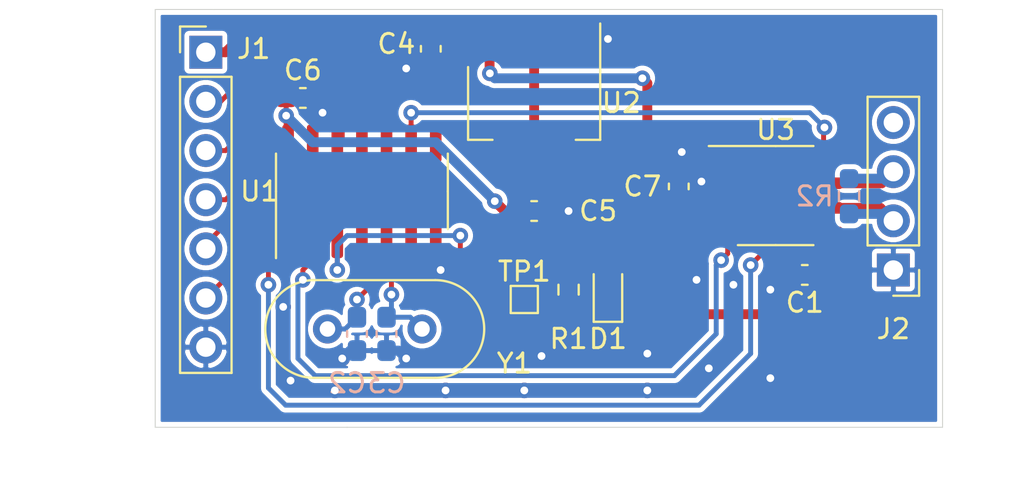
<source format=kicad_pcb>
(kicad_pcb (version 20171130) (host pcbnew "(5.1.8)-1")

  (general
    (thickness 1.6)
    (drawings 8)
    (tracks 187)
    (zones 0)
    (modules 17)
    (nets 19)
  )

  (page A4)
  (layers
    (0 F.Cu signal)
    (31 B.Cu signal)
    (32 B.Adhes user)
    (33 F.Adhes user)
    (34 B.Paste user)
    (35 F.Paste user)
    (36 B.SilkS user)
    (37 F.SilkS user)
    (38 B.Mask user)
    (39 F.Mask user)
    (40 Dwgs.User user)
    (41 Cmts.User user)
    (42 Eco1.User user)
    (43 Eco2.User user)
    (44 Edge.Cuts user)
    (45 Margin user)
    (46 B.CrtYd user)
    (47 F.CrtYd user)
    (48 B.Fab user)
    (49 F.Fab user)
  )

  (setup
    (last_trace_width 0.25)
    (user_trace_width 0.254)
    (user_trace_width 0.508)
    (trace_clearance 0.2)
    (zone_clearance 0.254)
    (zone_45_only no)
    (trace_min 0.2)
    (via_size 0.8)
    (via_drill 0.4)
    (via_min_size 0.4)
    (via_min_drill 0.3)
    (uvia_size 0.3)
    (uvia_drill 0.1)
    (uvias_allowed no)
    (uvia_min_size 0.2)
    (uvia_min_drill 0.1)
    (edge_width 0.05)
    (segment_width 0.2)
    (pcb_text_width 0.3)
    (pcb_text_size 1.5 1.5)
    (mod_edge_width 0.12)
    (mod_text_size 1 1)
    (mod_text_width 0.15)
    (pad_size 1.524 1.524)
    (pad_drill 0.762)
    (pad_to_mask_clearance 0)
    (aux_axis_origin 0 0)
    (visible_elements 7FFFFFFF)
    (pcbplotparams
      (layerselection 0x000fc_ffffffff)
      (usegerberextensions false)
      (usegerberattributes true)
      (usegerberadvancedattributes true)
      (creategerberjobfile true)
      (excludeedgelayer false)
      (linewidth 0.100000)
      (plotframeref false)
      (viasonmask false)
      (mode 1)
      (useauxorigin false)
      (hpglpennumber 1)
      (hpglpenspeed 20)
      (hpglpendiameter 15.000000)
      (psnegative false)
      (psa4output false)
      (plotreference true)
      (plotvalue true)
      (plotinvisibletext false)
      (padsonsilk true)
      (subtractmaskfromsilk false)
      (outputformat 1)
      (mirror false)
      (drillshape 0)
      (scaleselection 1)
      (outputdirectory "gerber/"))
  )

  (net 0 "")
  (net 1 GND)
  (net 2 +3V3)
  (net 3 "Net-(C2-Pad1)")
  (net 4 "Net-(C3-Pad1)")
  (net 5 +5V)
  (net 6 "Net-(D1-Pad1)")
  (net 7 /nINT)
  (net 8 /SCK)
  (net 9 /nCS)
  (net 10 /SDO)
  (net 11 /SDI)
  (net 12 /CANH)
  (net 13 /CANL)
  (net 14 /GPIO1)
  (net 15 "Net-(TP1-Pad1)")
  (net 16 /xSTBY)
  (net 17 /TXCAN)
  (net 18 /RXCAN)

  (net_class Default "This is the default net class."
    (clearance 0.2)
    (trace_width 0.25)
    (via_dia 0.8)
    (via_drill 0.4)
    (uvia_dia 0.3)
    (uvia_drill 0.1)
    (add_net +3V3)
    (add_net +5V)
    (add_net /CANH)
    (add_net /CANL)
    (add_net /GPIO1)
    (add_net /RXCAN)
    (add_net /SCK)
    (add_net /SDI)
    (add_net /SDO)
    (add_net /TXCAN)
    (add_net /nCS)
    (add_net /nINT)
    (add_net /xSTBY)
    (add_net GND)
    (add_net "Net-(C2-Pad1)")
    (add_net "Net-(C3-Pad1)")
    (add_net "Net-(D1-Pad1)")
    (add_net "Net-(TP1-Pad1)")
  )

  (net_class PWR ""
    (clearance 0.2)
    (trace_width 0.5)
    (via_dia 0.8)
    (via_drill 0.4)
    (uvia_dia 0.3)
    (uvia_drill 0.1)
  )

  (module Crystal:Crystal_HC49-U_Vertical (layer F.Cu) (tedit 5A1AD3B8) (tstamp 5FEE0C4E)
    (at 125.73 102.87)
    (descr "Crystal THT HC-49/U http://5hertz.com/pdfs/04404_D.pdf")
    (tags "THT crystalHC-49/U")
    (path /5FEE100B)
    (fp_text reference Y1 (at 9.652 1.778) (layer F.SilkS)
      (effects (font (size 1 1) (thickness 0.15)))
    )
    (fp_text value Crystal (at 2.44 3.525) (layer F.Fab)
      (effects (font (size 1 1) (thickness 0.15)))
    )
    (fp_line (start -0.685 -2.325) (end 5.565 -2.325) (layer F.Fab) (width 0.1))
    (fp_line (start -0.685 2.325) (end 5.565 2.325) (layer F.Fab) (width 0.1))
    (fp_line (start -0.56 -2) (end 5.44 -2) (layer F.Fab) (width 0.1))
    (fp_line (start -0.56 2) (end 5.44 2) (layer F.Fab) (width 0.1))
    (fp_line (start -0.685 -2.525) (end 5.565 -2.525) (layer F.SilkS) (width 0.12))
    (fp_line (start -0.685 2.525) (end 5.565 2.525) (layer F.SilkS) (width 0.12))
    (fp_line (start -3.5 -2.8) (end -3.5 2.8) (layer F.CrtYd) (width 0.05))
    (fp_line (start -3.5 2.8) (end 8.4 2.8) (layer F.CrtYd) (width 0.05))
    (fp_line (start 8.4 2.8) (end 8.4 -2.8) (layer F.CrtYd) (width 0.05))
    (fp_line (start 8.4 -2.8) (end -3.5 -2.8) (layer F.CrtYd) (width 0.05))
    (fp_arc (start 5.565 0) (end 5.565 -2.525) (angle 180) (layer F.SilkS) (width 0.12))
    (fp_arc (start -0.685 0) (end -0.685 -2.525) (angle -180) (layer F.SilkS) (width 0.12))
    (fp_arc (start 5.44 0) (end 5.44 -2) (angle 180) (layer F.Fab) (width 0.1))
    (fp_arc (start -0.56 0) (end -0.56 -2) (angle -180) (layer F.Fab) (width 0.1))
    (fp_arc (start 5.565 0) (end 5.565 -2.325) (angle 180) (layer F.Fab) (width 0.1))
    (fp_arc (start -0.685 0) (end -0.685 -2.325) (angle -180) (layer F.Fab) (width 0.1))
    (fp_text user %R (at 2.44 0) (layer F.Fab)
      (effects (font (size 1 1) (thickness 0.15)))
    )
    (pad 2 thru_hole circle (at 4.88 0) (size 1.5 1.5) (drill 0.8) (layers *.Cu *.Mask)
      (net 4 "Net-(C3-Pad1)"))
    (pad 1 thru_hole circle (at 0 0) (size 1.5 1.5) (drill 0.8) (layers *.Cu *.Mask)
      (net 3 "Net-(C2-Pad1)"))
    (model ${KISYS3DMOD}/Crystal.3dshapes/Crystal_HC49-U_Vertical.wrl
      (at (xyz 0 0 0))
      (scale (xyz 1 1 0.2))
      (rotate (xyz 0 0 0))
    )
  )

  (module Package_SO:SOIC-8_3.9x4.9mm_P1.27mm (layer F.Cu) (tedit 5D9F72B1) (tstamp 5FEE081C)
    (at 148.864 95.976)
    (descr "SOIC, 8 Pin (JEDEC MS-012AA, https://www.analog.com/media/en/package-pcb-resources/package/pkg_pdf/soic_narrow-r/r_8.pdf), generated with kicad-footprint-generator ipc_gullwing_generator.py")
    (tags "SOIC SO")
    (path /5FEE9DDB)
    (attr smd)
    (fp_text reference U3 (at 0 -3.4) (layer F.SilkS)
      (effects (font (size 1 1) (thickness 0.15)))
    )
    (fp_text value MCP2562-E-SN (at 0 3.4) (layer F.Fab)
      (effects (font (size 1 1) (thickness 0.15)))
    )
    (fp_line (start 0 2.56) (end 1.95 2.56) (layer F.SilkS) (width 0.12))
    (fp_line (start 0 2.56) (end -1.95 2.56) (layer F.SilkS) (width 0.12))
    (fp_line (start 0 -2.56) (end 1.95 -2.56) (layer F.SilkS) (width 0.12))
    (fp_line (start 0 -2.56) (end -3.45 -2.56) (layer F.SilkS) (width 0.12))
    (fp_line (start -0.975 -2.45) (end 1.95 -2.45) (layer F.Fab) (width 0.1))
    (fp_line (start 1.95 -2.45) (end 1.95 2.45) (layer F.Fab) (width 0.1))
    (fp_line (start 1.95 2.45) (end -1.95 2.45) (layer F.Fab) (width 0.1))
    (fp_line (start -1.95 2.45) (end -1.95 -1.475) (layer F.Fab) (width 0.1))
    (fp_line (start -1.95 -1.475) (end -0.975 -2.45) (layer F.Fab) (width 0.1))
    (fp_line (start -3.7 -2.7) (end -3.7 2.7) (layer F.CrtYd) (width 0.05))
    (fp_line (start -3.7 2.7) (end 3.7 2.7) (layer F.CrtYd) (width 0.05))
    (fp_line (start 3.7 2.7) (end 3.7 -2.7) (layer F.CrtYd) (width 0.05))
    (fp_line (start 3.7 -2.7) (end -3.7 -2.7) (layer F.CrtYd) (width 0.05))
    (fp_text user %R (at 0 0) (layer F.Fab)
      (effects (font (size 0.98 0.98) (thickness 0.15)))
    )
    (pad 8 smd roundrect (at 2.475 -1.905) (size 1.95 0.6) (layers F.Cu F.Paste F.Mask) (roundrect_rratio 0.25)
      (net 16 /xSTBY))
    (pad 7 smd roundrect (at 2.475 -0.635) (size 1.95 0.6) (layers F.Cu F.Paste F.Mask) (roundrect_rratio 0.25)
      (net 12 /CANH))
    (pad 6 smd roundrect (at 2.475 0.635) (size 1.95 0.6) (layers F.Cu F.Paste F.Mask) (roundrect_rratio 0.25)
      (net 13 /CANL))
    (pad 5 smd roundrect (at 2.475 1.905) (size 1.95 0.6) (layers F.Cu F.Paste F.Mask) (roundrect_rratio 0.25)
      (net 2 +3V3))
    (pad 4 smd roundrect (at -2.475 1.905) (size 1.95 0.6) (layers F.Cu F.Paste F.Mask) (roundrect_rratio 0.25)
      (net 18 /RXCAN))
    (pad 3 smd roundrect (at -2.475 0.635) (size 1.95 0.6) (layers F.Cu F.Paste F.Mask) (roundrect_rratio 0.25)
      (net 5 +5V))
    (pad 2 smd roundrect (at -2.475 -0.635) (size 1.95 0.6) (layers F.Cu F.Paste F.Mask) (roundrect_rratio 0.25)
      (net 1 GND))
    (pad 1 smd roundrect (at -2.475 -1.905) (size 1.95 0.6) (layers F.Cu F.Paste F.Mask) (roundrect_rratio 0.25)
      (net 17 /TXCAN))
    (model ${KISYS3DMOD}/Package_SO.3dshapes/SOIC-8_3.9x4.9mm_P1.27mm.wrl
      (at (xyz 0 0 0))
      (scale (xyz 1 1 1))
      (rotate (xyz 0 0 0))
    )
  )

  (module Package_TO_SOT_SMD:SOT-223-3_TabPin2 (layer F.Cu) (tedit 5A02FF57) (tstamp 5FEE062B)
    (at 136.398 91.186 270)
    (descr "module CMS SOT223 4 pins")
    (tags "CMS SOT")
    (path /5FF16905)
    (attr smd)
    (fp_text reference U2 (at 0 -4.5 180) (layer F.SilkS)
      (effects (font (size 1 1) (thickness 0.15)))
    )
    (fp_text value AMS1117-3.3 (at 0 4.5 90) (layer F.Fab)
      (effects (font (size 1 1) (thickness 0.15)))
    )
    (fp_line (start 1.91 3.41) (end 1.91 2.15) (layer F.SilkS) (width 0.12))
    (fp_line (start 1.91 -3.41) (end 1.91 -2.15) (layer F.SilkS) (width 0.12))
    (fp_line (start 4.4 -3.6) (end -4.4 -3.6) (layer F.CrtYd) (width 0.05))
    (fp_line (start 4.4 3.6) (end 4.4 -3.6) (layer F.CrtYd) (width 0.05))
    (fp_line (start -4.4 3.6) (end 4.4 3.6) (layer F.CrtYd) (width 0.05))
    (fp_line (start -4.4 -3.6) (end -4.4 3.6) (layer F.CrtYd) (width 0.05))
    (fp_line (start -1.85 -2.35) (end -0.85 -3.35) (layer F.Fab) (width 0.1))
    (fp_line (start -1.85 -2.35) (end -1.85 3.35) (layer F.Fab) (width 0.1))
    (fp_line (start -1.85 3.41) (end 1.91 3.41) (layer F.SilkS) (width 0.12))
    (fp_line (start -0.85 -3.35) (end 1.85 -3.35) (layer F.Fab) (width 0.1))
    (fp_line (start -4.1 -3.41) (end 1.91 -3.41) (layer F.SilkS) (width 0.12))
    (fp_line (start -1.85 3.35) (end 1.85 3.35) (layer F.Fab) (width 0.1))
    (fp_line (start 1.85 -3.35) (end 1.85 3.35) (layer F.Fab) (width 0.1))
    (fp_text user %R (at 0 0) (layer F.Fab)
      (effects (font (size 0.8 0.8) (thickness 0.12)))
    )
    (pad 1 smd rect (at -3.15 -2.3 270) (size 2 1.5) (layers F.Cu F.Paste F.Mask)
      (net 1 GND))
    (pad 3 smd rect (at -3.15 2.3 270) (size 2 1.5) (layers F.Cu F.Paste F.Mask)
      (net 5 +5V))
    (pad 2 smd rect (at -3.15 0 270) (size 2 1.5) (layers F.Cu F.Paste F.Mask)
      (net 2 +3V3))
    (pad 2 smd rect (at 3.15 0 270) (size 2 3.8) (layers F.Cu F.Paste F.Mask)
      (net 2 +3V3))
    (model ${KISYS3DMOD}/Package_TO_SOT_SMD.3dshapes/SOT-223.wrl
      (at (xyz 0 0 0))
      (scale (xyz 1 1 1))
      (rotate (xyz 0 0 0))
    )
  )

  (module Package_SO:SOIC-14_3.9x8.7mm_P1.27mm (layer F.Cu) (tedit 5D9F72B1) (tstamp 5FEE0615)
    (at 127.508 95.758 90)
    (descr "SOIC, 14 Pin (JEDEC MS-012AB, https://www.analog.com/media/en/package-pcb-resources/package/pkg_pdf/soic_narrow-r/r_14.pdf), generated with kicad-footprint-generator ipc_gullwing_generator.py")
    (tags "SOIC SO")
    (path /5FEDF31E)
    (attr smd)
    (fp_text reference U1 (at 0 -5.28 180) (layer F.SilkS)
      (effects (font (size 1 1) (thickness 0.15)))
    )
    (fp_text value MCP2517FD-xSL (at 0 5.28 90) (layer F.Fab)
      (effects (font (size 1 1) (thickness 0.15)))
    )
    (fp_line (start 0 4.435) (end 1.95 4.435) (layer F.SilkS) (width 0.12))
    (fp_line (start 0 4.435) (end -1.95 4.435) (layer F.SilkS) (width 0.12))
    (fp_line (start 0 -4.435) (end 1.95 -4.435) (layer F.SilkS) (width 0.12))
    (fp_line (start 0 -4.435) (end -3.45 -4.435) (layer F.SilkS) (width 0.12))
    (fp_line (start -0.975 -4.325) (end 1.95 -4.325) (layer F.Fab) (width 0.1))
    (fp_line (start 1.95 -4.325) (end 1.95 4.325) (layer F.Fab) (width 0.1))
    (fp_line (start 1.95 4.325) (end -1.95 4.325) (layer F.Fab) (width 0.1))
    (fp_line (start -1.95 4.325) (end -1.95 -3.35) (layer F.Fab) (width 0.1))
    (fp_line (start -1.95 -3.35) (end -0.975 -4.325) (layer F.Fab) (width 0.1))
    (fp_line (start -3.7 -4.58) (end -3.7 4.58) (layer F.CrtYd) (width 0.05))
    (fp_line (start -3.7 4.58) (end 3.7 4.58) (layer F.CrtYd) (width 0.05))
    (fp_line (start 3.7 4.58) (end 3.7 -4.58) (layer F.CrtYd) (width 0.05))
    (fp_line (start 3.7 -4.58) (end -3.7 -4.58) (layer F.CrtYd) (width 0.05))
    (fp_text user %R (at 0 0 90) (layer F.Fab)
      (effects (font (size 0.98 0.98) (thickness 0.15)))
    )
    (pad 14 smd roundrect (at 2.475 -3.81 90) (size 1.95 0.6) (layers F.Cu F.Paste F.Mask) (roundrect_rratio 0.25)
      (net 2 +3V3))
    (pad 13 smd roundrect (at 2.475 -2.54 90) (size 1.95 0.6) (layers F.Cu F.Paste F.Mask) (roundrect_rratio 0.25)
      (net 9 /nCS))
    (pad 12 smd roundrect (at 2.475 -1.27 90) (size 1.95 0.6) (layers F.Cu F.Paste F.Mask) (roundrect_rratio 0.25)
      (net 10 /SDO))
    (pad 11 smd roundrect (at 2.475 0 90) (size 1.95 0.6) (layers F.Cu F.Paste F.Mask) (roundrect_rratio 0.25)
      (net 11 /SDI))
    (pad 10 smd roundrect (at 2.475 1.27 90) (size 1.95 0.6) (layers F.Cu F.Paste F.Mask) (roundrect_rratio 0.25)
      (net 8 /SCK))
    (pad 9 smd roundrect (at 2.475 2.54 90) (size 1.95 0.6) (layers F.Cu F.Paste F.Mask) (roundrect_rratio 0.25)
      (net 16 /xSTBY))
    (pad 8 smd roundrect (at 2.475 3.81 90) (size 1.95 0.6) (layers F.Cu F.Paste F.Mask) (roundrect_rratio 0.25)
      (net 14 /GPIO1))
    (pad 7 smd roundrect (at -2.475 3.81 90) (size 1.95 0.6) (layers F.Cu F.Paste F.Mask) (roundrect_rratio 0.25)
      (net 1 GND))
    (pad 6 smd roundrect (at -2.475 2.54 90) (size 1.95 0.6) (layers F.Cu F.Paste F.Mask) (roundrect_rratio 0.25)
      (net 4 "Net-(C3-Pad1)"))
    (pad 5 smd roundrect (at -2.475 1.27 90) (size 1.95 0.6) (layers F.Cu F.Paste F.Mask) (roundrect_rratio 0.25)
      (net 3 "Net-(C2-Pad1)"))
    (pad 4 smd roundrect (at -2.475 0 90) (size 1.95 0.6) (layers F.Cu F.Paste F.Mask) (roundrect_rratio 0.25)
      (net 7 /nINT))
    (pad 3 smd roundrect (at -2.475 -1.27 90) (size 1.95 0.6) (layers F.Cu F.Paste F.Mask) (roundrect_rratio 0.25)
      (net 15 "Net-(TP1-Pad1)"))
    (pad 2 smd roundrect (at -2.475 -2.54 90) (size 1.95 0.6) (layers F.Cu F.Paste F.Mask) (roundrect_rratio 0.25)
      (net 18 /RXCAN))
    (pad 1 smd roundrect (at -2.475 -3.81 90) (size 1.95 0.6) (layers F.Cu F.Paste F.Mask) (roundrect_rratio 0.25)
      (net 17 /TXCAN))
    (model ${KISYS3DMOD}/Package_SO.3dshapes/SOIC-14_3.9x8.7mm_P1.27mm.wrl
      (at (xyz 0 0 0))
      (scale (xyz 1 1 1))
      (rotate (xyz 0 0 0))
    )
  )

  (module TestPoint:TestPoint_Pad_1.0x1.0mm (layer F.Cu) (tedit 5A0F774F) (tstamp 5FEE05F5)
    (at 135.89 101.346)
    (descr "SMD rectangular pad as test Point, square 1.0mm side length")
    (tags "test point SMD pad rectangle square")
    (path /5FEDF46E)
    (attr virtual)
    (fp_text reference TP1 (at 0 -1.448) (layer F.SilkS)
      (effects (font (size 1 1) (thickness 0.15)))
    )
    (fp_text value TestPoint (at 0 1.55) (layer F.Fab)
      (effects (font (size 1 1) (thickness 0.15)))
    )
    (fp_line (start -0.7 -0.7) (end 0.7 -0.7) (layer F.SilkS) (width 0.12))
    (fp_line (start 0.7 -0.7) (end 0.7 0.7) (layer F.SilkS) (width 0.12))
    (fp_line (start 0.7 0.7) (end -0.7 0.7) (layer F.SilkS) (width 0.12))
    (fp_line (start -0.7 0.7) (end -0.7 -0.7) (layer F.SilkS) (width 0.12))
    (fp_line (start -1 -1) (end 1 -1) (layer F.CrtYd) (width 0.05))
    (fp_line (start -1 -1) (end -1 1) (layer F.CrtYd) (width 0.05))
    (fp_line (start 1 1) (end 1 -1) (layer F.CrtYd) (width 0.05))
    (fp_line (start 1 1) (end -1 1) (layer F.CrtYd) (width 0.05))
    (fp_text user %R (at 0 -1.45) (layer F.Fab)
      (effects (font (size 1 1) (thickness 0.15)))
    )
    (pad 1 smd rect (at 0 0) (size 1 1) (layers F.Cu F.Mask)
      (net 15 "Net-(TP1-Pad1)"))
  )

  (module Resistor_SMD:R_0603_1608Metric_Pad0.98x0.95mm_HandSolder (layer B.Cu) (tedit 5F68FEEE) (tstamp 5FEE2343)
    (at 152.654 96.012 270)
    (descr "Resistor SMD 0603 (1608 Metric), square (rectangular) end terminal, IPC_7351 nominal with elongated pad for handsoldering. (Body size source: IPC-SM-782 page 72, https://www.pcb-3d.com/wordpress/wp-content/uploads/ipc-sm-782a_amendment_1_and_2.pdf), generated with kicad-footprint-generator")
    (tags "resistor handsolder")
    (path /5FF4D749)
    (attr smd)
    (fp_text reference R2 (at 0 1.778 180) (layer B.SilkS)
      (effects (font (size 1 1) (thickness 0.15)) (justify mirror))
    )
    (fp_text value 120R (at 0 -1.43 90) (layer B.Fab)
      (effects (font (size 1 1) (thickness 0.15)) (justify mirror))
    )
    (fp_line (start -0.8 -0.4125) (end -0.8 0.4125) (layer B.Fab) (width 0.1))
    (fp_line (start -0.8 0.4125) (end 0.8 0.4125) (layer B.Fab) (width 0.1))
    (fp_line (start 0.8 0.4125) (end 0.8 -0.4125) (layer B.Fab) (width 0.1))
    (fp_line (start 0.8 -0.4125) (end -0.8 -0.4125) (layer B.Fab) (width 0.1))
    (fp_line (start -0.254724 0.5225) (end 0.254724 0.5225) (layer B.SilkS) (width 0.12))
    (fp_line (start -0.254724 -0.5225) (end 0.254724 -0.5225) (layer B.SilkS) (width 0.12))
    (fp_line (start -1.65 -0.73) (end -1.65 0.73) (layer B.CrtYd) (width 0.05))
    (fp_line (start -1.65 0.73) (end 1.65 0.73) (layer B.CrtYd) (width 0.05))
    (fp_line (start 1.65 0.73) (end 1.65 -0.73) (layer B.CrtYd) (width 0.05))
    (fp_line (start 1.65 -0.73) (end -1.65 -0.73) (layer B.CrtYd) (width 0.05))
    (fp_text user %R (at 0 0 90) (layer B.Fab)
      (effects (font (size 0.4 0.4) (thickness 0.06)) (justify mirror))
    )
    (pad 2 smd roundrect (at 0.9125 0 270) (size 0.975 0.95) (layers B.Cu B.Paste B.Mask) (roundrect_rratio 0.25)
      (net 13 /CANL))
    (pad 1 smd roundrect (at -0.9125 0 270) (size 0.975 0.95) (layers B.Cu B.Paste B.Mask) (roundrect_rratio 0.25)
      (net 12 /CANH))
    (model ${KISYS3DMOD}/Resistor_SMD.3dshapes/R_0603_1608Metric.wrl
      (at (xyz 0 0 0))
      (scale (xyz 1 1 1))
      (rotate (xyz 0 0 0))
    )
  )

  (module Resistor_SMD:R_0603_1608Metric_Pad0.98x0.95mm_HandSolder (layer F.Cu) (tedit 5F68FEEE) (tstamp 5FEE05D6)
    (at 138.176 100.838 90)
    (descr "Resistor SMD 0603 (1608 Metric), square (rectangular) end terminal, IPC_7351 nominal with elongated pad for handsoldering. (Body size source: IPC-SM-782 page 72, https://www.pcb-3d.com/wordpress/wp-content/uploads/ipc-sm-782a_amendment_1_and_2.pdf), generated with kicad-footprint-generator")
    (tags "resistor handsolder")
    (path /5FF46220)
    (attr smd)
    (fp_text reference R1 (at -2.54 0 180) (layer F.SilkS)
      (effects (font (size 1 1) (thickness 0.15)))
    )
    (fp_text value 100R (at 0 1.43 90) (layer F.Fab)
      (effects (font (size 1 1) (thickness 0.15)))
    )
    (fp_line (start -0.8 0.4125) (end -0.8 -0.4125) (layer F.Fab) (width 0.1))
    (fp_line (start -0.8 -0.4125) (end 0.8 -0.4125) (layer F.Fab) (width 0.1))
    (fp_line (start 0.8 -0.4125) (end 0.8 0.4125) (layer F.Fab) (width 0.1))
    (fp_line (start 0.8 0.4125) (end -0.8 0.4125) (layer F.Fab) (width 0.1))
    (fp_line (start -0.254724 -0.5225) (end 0.254724 -0.5225) (layer F.SilkS) (width 0.12))
    (fp_line (start -0.254724 0.5225) (end 0.254724 0.5225) (layer F.SilkS) (width 0.12))
    (fp_line (start -1.65 0.73) (end -1.65 -0.73) (layer F.CrtYd) (width 0.05))
    (fp_line (start -1.65 -0.73) (end 1.65 -0.73) (layer F.CrtYd) (width 0.05))
    (fp_line (start 1.65 -0.73) (end 1.65 0.73) (layer F.CrtYd) (width 0.05))
    (fp_line (start 1.65 0.73) (end -1.65 0.73) (layer F.CrtYd) (width 0.05))
    (fp_text user %R (at 0 0 90) (layer F.Fab)
      (effects (font (size 0.4 0.4) (thickness 0.06)))
    )
    (pad 2 smd roundrect (at 0.9125 0 90) (size 0.975 0.95) (layers F.Cu F.Paste F.Mask) (roundrect_rratio 0.25)
      (net 14 /GPIO1))
    (pad 1 smd roundrect (at -0.9125 0 90) (size 0.975 0.95) (layers F.Cu F.Paste F.Mask) (roundrect_rratio 0.25)
      (net 6 "Net-(D1-Pad1)"))
    (model ${KISYS3DMOD}/Resistor_SMD.3dshapes/R_0603_1608Metric.wrl
      (at (xyz 0 0 0))
      (scale (xyz 1 1 1))
      (rotate (xyz 0 0 0))
    )
  )

  (module Connector_PinHeader_2.54mm:PinHeader_1x04_P2.54mm_Vertical (layer F.Cu) (tedit 59FED5CC) (tstamp 5FEE05C5)
    (at 154.94 99.822 180)
    (descr "Through hole straight pin header, 1x04, 2.54mm pitch, single row")
    (tags "Through hole pin header THT 1x04 2.54mm single row")
    (path /5FF10AB0)
    (fp_text reference J2 (at 0 -3.048) (layer F.SilkS)
      (effects (font (size 1 1) (thickness 0.15)))
    )
    (fp_text value Conn_01x04_Male (at 0 9.95) (layer F.Fab)
      (effects (font (size 1 1) (thickness 0.15)))
    )
    (fp_line (start -0.635 -1.27) (end 1.27 -1.27) (layer F.Fab) (width 0.1))
    (fp_line (start 1.27 -1.27) (end 1.27 8.89) (layer F.Fab) (width 0.1))
    (fp_line (start 1.27 8.89) (end -1.27 8.89) (layer F.Fab) (width 0.1))
    (fp_line (start -1.27 8.89) (end -1.27 -0.635) (layer F.Fab) (width 0.1))
    (fp_line (start -1.27 -0.635) (end -0.635 -1.27) (layer F.Fab) (width 0.1))
    (fp_line (start -1.33 8.95) (end 1.33 8.95) (layer F.SilkS) (width 0.12))
    (fp_line (start -1.33 1.27) (end -1.33 8.95) (layer F.SilkS) (width 0.12))
    (fp_line (start 1.33 1.27) (end 1.33 8.95) (layer F.SilkS) (width 0.12))
    (fp_line (start -1.33 1.27) (end 1.33 1.27) (layer F.SilkS) (width 0.12))
    (fp_line (start -1.33 0) (end -1.33 -1.33) (layer F.SilkS) (width 0.12))
    (fp_line (start -1.33 -1.33) (end 0 -1.33) (layer F.SilkS) (width 0.12))
    (fp_line (start -1.8 -1.8) (end -1.8 9.4) (layer F.CrtYd) (width 0.05))
    (fp_line (start -1.8 9.4) (end 1.8 9.4) (layer F.CrtYd) (width 0.05))
    (fp_line (start 1.8 9.4) (end 1.8 -1.8) (layer F.CrtYd) (width 0.05))
    (fp_line (start 1.8 -1.8) (end -1.8 -1.8) (layer F.CrtYd) (width 0.05))
    (fp_text user %R (at 0 3.81 90) (layer F.Fab)
      (effects (font (size 1 1) (thickness 0.15)))
    )
    (pad 4 thru_hole oval (at 0 7.62 180) (size 1.7 1.7) (drill 1) (layers *.Cu *.Mask))
    (pad 3 thru_hole oval (at 0 5.08 180) (size 1.7 1.7) (drill 1) (layers *.Cu *.Mask)
      (net 12 /CANH))
    (pad 2 thru_hole oval (at 0 2.54 180) (size 1.7 1.7) (drill 1) (layers *.Cu *.Mask)
      (net 13 /CANL))
    (pad 1 thru_hole rect (at 0 0 180) (size 1.7 1.7) (drill 1) (layers *.Cu *.Mask)
      (net 1 GND))
    (model ${KISYS3DMOD}/Connector_PinHeader_2.54mm.3dshapes/PinHeader_1x04_P2.54mm_Vertical.wrl
      (at (xyz 0 0 0))
      (scale (xyz 1 1 1))
      (rotate (xyz 0 0 0))
    )
  )

  (module Connector_PinHeader_2.54mm:PinHeader_1x07_P2.54mm_Vertical (layer F.Cu) (tedit 59FED5CC) (tstamp 5FEE05AD)
    (at 119.45 88.57)
    (descr "Through hole straight pin header, 1x07, 2.54mm pitch, single row")
    (tags "Through hole pin header THT 1x07 2.54mm single row")
    (path /5FF392A0)
    (fp_text reference J1 (at 2.47 -0.178) (layer F.SilkS)
      (effects (font (size 1 1) (thickness 0.15)))
    )
    (fp_text value Conn_01x07_Male (at 0 17.57) (layer F.Fab)
      (effects (font (size 1 1) (thickness 0.15)))
    )
    (fp_line (start -0.635 -1.27) (end 1.27 -1.27) (layer F.Fab) (width 0.1))
    (fp_line (start 1.27 -1.27) (end 1.27 16.51) (layer F.Fab) (width 0.1))
    (fp_line (start 1.27 16.51) (end -1.27 16.51) (layer F.Fab) (width 0.1))
    (fp_line (start -1.27 16.51) (end -1.27 -0.635) (layer F.Fab) (width 0.1))
    (fp_line (start -1.27 -0.635) (end -0.635 -1.27) (layer F.Fab) (width 0.1))
    (fp_line (start -1.33 16.57) (end 1.33 16.57) (layer F.SilkS) (width 0.12))
    (fp_line (start -1.33 1.27) (end -1.33 16.57) (layer F.SilkS) (width 0.12))
    (fp_line (start 1.33 1.27) (end 1.33 16.57) (layer F.SilkS) (width 0.12))
    (fp_line (start -1.33 1.27) (end 1.33 1.27) (layer F.SilkS) (width 0.12))
    (fp_line (start -1.33 0) (end -1.33 -1.33) (layer F.SilkS) (width 0.12))
    (fp_line (start -1.33 -1.33) (end 0 -1.33) (layer F.SilkS) (width 0.12))
    (fp_line (start -1.8 -1.8) (end -1.8 17.05) (layer F.CrtYd) (width 0.05))
    (fp_line (start -1.8 17.05) (end 1.8 17.05) (layer F.CrtYd) (width 0.05))
    (fp_line (start 1.8 17.05) (end 1.8 -1.8) (layer F.CrtYd) (width 0.05))
    (fp_line (start 1.8 -1.8) (end -1.8 -1.8) (layer F.CrtYd) (width 0.05))
    (fp_text user %R (at 0 7.62 90) (layer F.Fab)
      (effects (font (size 1 1) (thickness 0.15)))
    )
    (pad 7 thru_hole oval (at 0 15.24) (size 1.7 1.7) (drill 1) (layers *.Cu *.Mask)
      (net 1 GND))
    (pad 6 thru_hole oval (at 0 12.7) (size 1.7 1.7) (drill 1) (layers *.Cu *.Mask)
      (net 7 /nINT))
    (pad 5 thru_hole oval (at 0 10.16) (size 1.7 1.7) (drill 1) (layers *.Cu *.Mask)
      (net 8 /SCK))
    (pad 4 thru_hole oval (at 0 7.62) (size 1.7 1.7) (drill 1) (layers *.Cu *.Mask)
      (net 9 /nCS))
    (pad 3 thru_hole oval (at 0 5.08) (size 1.7 1.7) (drill 1) (layers *.Cu *.Mask)
      (net 10 /SDO))
    (pad 2 thru_hole oval (at 0 2.54) (size 1.7 1.7) (drill 1) (layers *.Cu *.Mask)
      (net 11 /SDI))
    (pad 1 thru_hole rect (at 0 0) (size 1.7 1.7) (drill 1) (layers *.Cu *.Mask)
      (net 5 +5V))
    (model ${KISYS3DMOD}/Connector_PinHeader_2.54mm.3dshapes/PinHeader_1x07_P2.54mm_Vertical.wrl
      (at (xyz 0 0 0))
      (scale (xyz 1 1 1))
      (rotate (xyz 0 0 0))
    )
  )

  (module LED_SMD:LED_0603_1608Metric_Pad1.05x0.95mm_HandSolder (layer F.Cu) (tedit 5F68FEF1) (tstamp 5FEE0592)
    (at 140.208 100.838 90)
    (descr "LED SMD 0603 (1608 Metric), square (rectangular) end terminal, IPC_7351 nominal, (Body size source: http://www.tortai-tech.com/upload/download/2011102023233369053.pdf), generated with kicad-footprint-generator")
    (tags "LED handsolder")
    (path /5FF41698)
    (attr smd)
    (fp_text reference D1 (at -2.54 0 180) (layer F.SilkS)
      (effects (font (size 1 1) (thickness 0.15)))
    )
    (fp_text value LED (at 0 1.43 90) (layer F.Fab)
      (effects (font (size 1 1) (thickness 0.15)))
    )
    (fp_line (start 0.8 -0.4) (end -0.5 -0.4) (layer F.Fab) (width 0.1))
    (fp_line (start -0.5 -0.4) (end -0.8 -0.1) (layer F.Fab) (width 0.1))
    (fp_line (start -0.8 -0.1) (end -0.8 0.4) (layer F.Fab) (width 0.1))
    (fp_line (start -0.8 0.4) (end 0.8 0.4) (layer F.Fab) (width 0.1))
    (fp_line (start 0.8 0.4) (end 0.8 -0.4) (layer F.Fab) (width 0.1))
    (fp_line (start 0.8 -0.735) (end -1.66 -0.735) (layer F.SilkS) (width 0.12))
    (fp_line (start -1.66 -0.735) (end -1.66 0.735) (layer F.SilkS) (width 0.12))
    (fp_line (start -1.66 0.735) (end 0.8 0.735) (layer F.SilkS) (width 0.12))
    (fp_line (start -1.65 0.73) (end -1.65 -0.73) (layer F.CrtYd) (width 0.05))
    (fp_line (start -1.65 -0.73) (end 1.65 -0.73) (layer F.CrtYd) (width 0.05))
    (fp_line (start 1.65 -0.73) (end 1.65 0.73) (layer F.CrtYd) (width 0.05))
    (fp_line (start 1.65 0.73) (end -1.65 0.73) (layer F.CrtYd) (width 0.05))
    (fp_text user %R (at 0 0 90) (layer F.Fab)
      (effects (font (size 0.4 0.4) (thickness 0.06)))
    )
    (pad 2 smd roundrect (at 0.875 0 90) (size 1.05 0.95) (layers F.Cu F.Paste F.Mask) (roundrect_rratio 0.25)
      (net 2 +3V3))
    (pad 1 smd roundrect (at -0.875 0 90) (size 1.05 0.95) (layers F.Cu F.Paste F.Mask) (roundrect_rratio 0.25)
      (net 6 "Net-(D1-Pad1)"))
    (model ${KISYS3DMOD}/LED_SMD.3dshapes/LED_0603_1608Metric.wrl
      (at (xyz 0 0 0))
      (scale (xyz 1 1 1))
      (rotate (xyz 0 0 0))
    )
  )

  (module Capacitor_SMD:C_0603_1608Metric_Pad1.08x0.95mm_HandSolder (layer F.Cu) (tedit 5F68FEEF) (tstamp 5FEE057F)
    (at 143.864 95.504 90)
    (descr "Capacitor SMD 0603 (1608 Metric), square (rectangular) end terminal, IPC_7351 nominal with elongated pad for handsoldering. (Body size source: IPC-SM-782 page 76, https://www.pcb-3d.com/wordpress/wp-content/uploads/ipc-sm-782a_amendment_1_and_2.pdf), generated with kicad-footprint-generator")
    (tags "capacitor handsolder")
    (path /5FF08847)
    (attr smd)
    (fp_text reference C7 (at 0 -1.878 180) (layer F.SilkS)
      (effects (font (size 1 1) (thickness 0.15)))
    )
    (fp_text value 100nF (at 0 1.43 90) (layer F.Fab)
      (effects (font (size 1 1) (thickness 0.15)))
    )
    (fp_line (start -0.8 0.4) (end -0.8 -0.4) (layer F.Fab) (width 0.1))
    (fp_line (start -0.8 -0.4) (end 0.8 -0.4) (layer F.Fab) (width 0.1))
    (fp_line (start 0.8 -0.4) (end 0.8 0.4) (layer F.Fab) (width 0.1))
    (fp_line (start 0.8 0.4) (end -0.8 0.4) (layer F.Fab) (width 0.1))
    (fp_line (start -0.146267 -0.51) (end 0.146267 -0.51) (layer F.SilkS) (width 0.12))
    (fp_line (start -0.146267 0.51) (end 0.146267 0.51) (layer F.SilkS) (width 0.12))
    (fp_line (start -1.65 0.73) (end -1.65 -0.73) (layer F.CrtYd) (width 0.05))
    (fp_line (start -1.65 -0.73) (end 1.65 -0.73) (layer F.CrtYd) (width 0.05))
    (fp_line (start 1.65 -0.73) (end 1.65 0.73) (layer F.CrtYd) (width 0.05))
    (fp_line (start 1.65 0.73) (end -1.65 0.73) (layer F.CrtYd) (width 0.05))
    (fp_text user %R (at 0 0 90) (layer F.Fab)
      (effects (font (size 0.4 0.4) (thickness 0.06)))
    )
    (pad 2 smd roundrect (at 0.8625 0 90) (size 1.075 0.95) (layers F.Cu F.Paste F.Mask) (roundrect_rratio 0.25)
      (net 1 GND))
    (pad 1 smd roundrect (at -0.8625 0 90) (size 1.075 0.95) (layers F.Cu F.Paste F.Mask) (roundrect_rratio 0.25)
      (net 5 +5V))
    (model ${KISYS3DMOD}/Capacitor_SMD.3dshapes/C_0603_1608Metric.wrl
      (at (xyz 0 0 0))
      (scale (xyz 1 1 1))
      (rotate (xyz 0 0 0))
    )
  )

  (module Capacitor_SMD:C_0603_1608Metric_Pad1.08x0.95mm_HandSolder (layer F.Cu) (tedit 5F68FEEF) (tstamp 5FEE056E)
    (at 124.46 90.932)
    (descr "Capacitor SMD 0603 (1608 Metric), square (rectangular) end terminal, IPC_7351 nominal with elongated pad for handsoldering. (Body size source: IPC-SM-782 page 76, https://www.pcb-3d.com/wordpress/wp-content/uploads/ipc-sm-782a_amendment_1_and_2.pdf), generated with kicad-footprint-generator")
    (tags "capacitor handsolder")
    (path /5FF03696)
    (attr smd)
    (fp_text reference C6 (at 0 -1.43) (layer F.SilkS)
      (effects (font (size 1 1) (thickness 0.15)))
    )
    (fp_text value 100nF (at 0 1.43) (layer F.Fab)
      (effects (font (size 1 1) (thickness 0.15)))
    )
    (fp_line (start -0.8 0.4) (end -0.8 -0.4) (layer F.Fab) (width 0.1))
    (fp_line (start -0.8 -0.4) (end 0.8 -0.4) (layer F.Fab) (width 0.1))
    (fp_line (start 0.8 -0.4) (end 0.8 0.4) (layer F.Fab) (width 0.1))
    (fp_line (start 0.8 0.4) (end -0.8 0.4) (layer F.Fab) (width 0.1))
    (fp_line (start -0.146267 -0.51) (end 0.146267 -0.51) (layer F.SilkS) (width 0.12))
    (fp_line (start -0.146267 0.51) (end 0.146267 0.51) (layer F.SilkS) (width 0.12))
    (fp_line (start -1.65 0.73) (end -1.65 -0.73) (layer F.CrtYd) (width 0.05))
    (fp_line (start -1.65 -0.73) (end 1.65 -0.73) (layer F.CrtYd) (width 0.05))
    (fp_line (start 1.65 -0.73) (end 1.65 0.73) (layer F.CrtYd) (width 0.05))
    (fp_line (start 1.65 0.73) (end -1.65 0.73) (layer F.CrtYd) (width 0.05))
    (fp_text user %R (at 0 0) (layer F.Fab)
      (effects (font (size 0.4 0.4) (thickness 0.06)))
    )
    (pad 2 smd roundrect (at 0.8625 0) (size 1.075 0.95) (layers F.Cu F.Paste F.Mask) (roundrect_rratio 0.25)
      (net 1 GND))
    (pad 1 smd roundrect (at -0.8625 0) (size 1.075 0.95) (layers F.Cu F.Paste F.Mask) (roundrect_rratio 0.25)
      (net 2 +3V3))
    (model ${KISYS3DMOD}/Capacitor_SMD.3dshapes/C_0603_1608Metric.wrl
      (at (xyz 0 0 0))
      (scale (xyz 1 1 1))
      (rotate (xyz 0 0 0))
    )
  )

  (module Capacitor_SMD:C_0603_1608Metric_Pad1.08x0.95mm_HandSolder (layer F.Cu) (tedit 5F68FEEF) (tstamp 5FEE055D)
    (at 136.398 96.774)
    (descr "Capacitor SMD 0603 (1608 Metric), square (rectangular) end terminal, IPC_7351 nominal with elongated pad for handsoldering. (Body size source: IPC-SM-782 page 76, https://www.pcb-3d.com/wordpress/wp-content/uploads/ipc-sm-782a_amendment_1_and_2.pdf), generated with kicad-footprint-generator")
    (tags "capacitor handsolder")
    (path /5FF2736E)
    (attr smd)
    (fp_text reference C5 (at 3.302 0) (layer F.SilkS)
      (effects (font (size 1 1) (thickness 0.15)))
    )
    (fp_text value 10uF (at 0 1.43) (layer F.Fab)
      (effects (font (size 1 1) (thickness 0.15)))
    )
    (fp_line (start -0.8 0.4) (end -0.8 -0.4) (layer F.Fab) (width 0.1))
    (fp_line (start -0.8 -0.4) (end 0.8 -0.4) (layer F.Fab) (width 0.1))
    (fp_line (start 0.8 -0.4) (end 0.8 0.4) (layer F.Fab) (width 0.1))
    (fp_line (start 0.8 0.4) (end -0.8 0.4) (layer F.Fab) (width 0.1))
    (fp_line (start -0.146267 -0.51) (end 0.146267 -0.51) (layer F.SilkS) (width 0.12))
    (fp_line (start -0.146267 0.51) (end 0.146267 0.51) (layer F.SilkS) (width 0.12))
    (fp_line (start -1.65 0.73) (end -1.65 -0.73) (layer F.CrtYd) (width 0.05))
    (fp_line (start -1.65 -0.73) (end 1.65 -0.73) (layer F.CrtYd) (width 0.05))
    (fp_line (start 1.65 -0.73) (end 1.65 0.73) (layer F.CrtYd) (width 0.05))
    (fp_line (start 1.65 0.73) (end -1.65 0.73) (layer F.CrtYd) (width 0.05))
    (fp_text user %R (at 0 0) (layer F.Fab)
      (effects (font (size 0.4 0.4) (thickness 0.06)))
    )
    (pad 2 smd roundrect (at 0.8625 0) (size 1.075 0.95) (layers F.Cu F.Paste F.Mask) (roundrect_rratio 0.25)
      (net 1 GND))
    (pad 1 smd roundrect (at -0.8625 0) (size 1.075 0.95) (layers F.Cu F.Paste F.Mask) (roundrect_rratio 0.25)
      (net 2 +3V3))
    (model ${KISYS3DMOD}/Capacitor_SMD.3dshapes/C_0603_1608Metric.wrl
      (at (xyz 0 0 0))
      (scale (xyz 1 1 1))
      (rotate (xyz 0 0 0))
    )
  )

  (module Capacitor_SMD:C_0603_1608Metric_Pad1.08x0.95mm_HandSolder (layer F.Cu) (tedit 5F68FEEF) (tstamp 5FEE054C)
    (at 131.064 88.392 270)
    (descr "Capacitor SMD 0603 (1608 Metric), square (rectangular) end terminal, IPC_7351 nominal with elongated pad for handsoldering. (Body size source: IPC-SM-782 page 76, https://www.pcb-3d.com/wordpress/wp-content/uploads/ipc-sm-782a_amendment_1_and_2.pdf), generated with kicad-footprint-generator")
    (tags "capacitor handsolder")
    (path /5FF21928)
    (attr smd)
    (fp_text reference C4 (at -0.254 1.778) (layer F.SilkS)
      (effects (font (size 1 1) (thickness 0.15)))
    )
    (fp_text value 10uF (at 0 1.43 90) (layer F.Fab)
      (effects (font (size 1 1) (thickness 0.15)))
    )
    (fp_line (start -0.8 0.4) (end -0.8 -0.4) (layer F.Fab) (width 0.1))
    (fp_line (start -0.8 -0.4) (end 0.8 -0.4) (layer F.Fab) (width 0.1))
    (fp_line (start 0.8 -0.4) (end 0.8 0.4) (layer F.Fab) (width 0.1))
    (fp_line (start 0.8 0.4) (end -0.8 0.4) (layer F.Fab) (width 0.1))
    (fp_line (start -0.146267 -0.51) (end 0.146267 -0.51) (layer F.SilkS) (width 0.12))
    (fp_line (start -0.146267 0.51) (end 0.146267 0.51) (layer F.SilkS) (width 0.12))
    (fp_line (start -1.65 0.73) (end -1.65 -0.73) (layer F.CrtYd) (width 0.05))
    (fp_line (start -1.65 -0.73) (end 1.65 -0.73) (layer F.CrtYd) (width 0.05))
    (fp_line (start 1.65 -0.73) (end 1.65 0.73) (layer F.CrtYd) (width 0.05))
    (fp_line (start 1.65 0.73) (end -1.65 0.73) (layer F.CrtYd) (width 0.05))
    (fp_text user %R (at 0 0 90) (layer F.Fab)
      (effects (font (size 0.4 0.4) (thickness 0.06)))
    )
    (pad 2 smd roundrect (at 0.8625 0 270) (size 1.075 0.95) (layers F.Cu F.Paste F.Mask) (roundrect_rratio 0.25)
      (net 1 GND))
    (pad 1 smd roundrect (at -0.8625 0 270) (size 1.075 0.95) (layers F.Cu F.Paste F.Mask) (roundrect_rratio 0.25)
      (net 5 +5V))
    (model ${KISYS3DMOD}/Capacitor_SMD.3dshapes/C_0603_1608Metric.wrl
      (at (xyz 0 0 0))
      (scale (xyz 1 1 1))
      (rotate (xyz 0 0 0))
    )
  )

  (module Capacitor_SMD:C_0603_1608Metric_Pad1.08x0.95mm_HandSolder (layer B.Cu) (tedit 5F68FEEF) (tstamp 5FEE053B)
    (at 128.778 103.124 270)
    (descr "Capacitor SMD 0603 (1608 Metric), square (rectangular) end terminal, IPC_7351 nominal with elongated pad for handsoldering. (Body size source: IPC-SM-782 page 76, https://www.pcb-3d.com/wordpress/wp-content/uploads/ipc-sm-782a_amendment_1_and_2.pdf), generated with kicad-footprint-generator")
    (tags "capacitor handsolder")
    (path /5FEEB893)
    (attr smd)
    (fp_text reference C3 (at 2.54 0 180) (layer B.SilkS)
      (effects (font (size 1 1) (thickness 0.15)) (justify mirror))
    )
    (fp_text value 22pF (at 0 -1.43 90) (layer B.Fab)
      (effects (font (size 1 1) (thickness 0.15)) (justify mirror))
    )
    (fp_line (start -0.8 -0.4) (end -0.8 0.4) (layer B.Fab) (width 0.1))
    (fp_line (start -0.8 0.4) (end 0.8 0.4) (layer B.Fab) (width 0.1))
    (fp_line (start 0.8 0.4) (end 0.8 -0.4) (layer B.Fab) (width 0.1))
    (fp_line (start 0.8 -0.4) (end -0.8 -0.4) (layer B.Fab) (width 0.1))
    (fp_line (start -0.146267 0.51) (end 0.146267 0.51) (layer B.SilkS) (width 0.12))
    (fp_line (start -0.146267 -0.51) (end 0.146267 -0.51) (layer B.SilkS) (width 0.12))
    (fp_line (start -1.65 -0.73) (end -1.65 0.73) (layer B.CrtYd) (width 0.05))
    (fp_line (start -1.65 0.73) (end 1.65 0.73) (layer B.CrtYd) (width 0.05))
    (fp_line (start 1.65 0.73) (end 1.65 -0.73) (layer B.CrtYd) (width 0.05))
    (fp_line (start 1.65 -0.73) (end -1.65 -0.73) (layer B.CrtYd) (width 0.05))
    (fp_text user %R (at 0 0 90) (layer B.Fab)
      (effects (font (size 0.4 0.4) (thickness 0.06)) (justify mirror))
    )
    (pad 2 smd roundrect (at 0.8625 0 270) (size 1.075 0.95) (layers B.Cu B.Paste B.Mask) (roundrect_rratio 0.25)
      (net 1 GND))
    (pad 1 smd roundrect (at -0.8625 0 270) (size 1.075 0.95) (layers B.Cu B.Paste B.Mask) (roundrect_rratio 0.25)
      (net 4 "Net-(C3-Pad1)"))
    (model ${KISYS3DMOD}/Capacitor_SMD.3dshapes/C_0603_1608Metric.wrl
      (at (xyz 0 0 0))
      (scale (xyz 1 1 1))
      (rotate (xyz 0 0 0))
    )
  )

  (module Capacitor_SMD:C_0603_1608Metric_Pad1.08x0.95mm_HandSolder (layer B.Cu) (tedit 5F68FEEF) (tstamp 5FEE052A)
    (at 127.254 103.124 270)
    (descr "Capacitor SMD 0603 (1608 Metric), square (rectangular) end terminal, IPC_7351 nominal with elongated pad for handsoldering. (Body size source: IPC-SM-782 page 76, https://www.pcb-3d.com/wordpress/wp-content/uploads/ipc-sm-782a_amendment_1_and_2.pdf), generated with kicad-footprint-generator")
    (tags "capacitor handsolder")
    (path /5FEE9E36)
    (attr smd)
    (fp_text reference C2 (at 2.54 0.508 180) (layer B.SilkS)
      (effects (font (size 1 1) (thickness 0.15)) (justify mirror))
    )
    (fp_text value 22pF (at 0 -1.43 90) (layer B.Fab)
      (effects (font (size 1 1) (thickness 0.15)) (justify mirror))
    )
    (fp_line (start -0.8 -0.4) (end -0.8 0.4) (layer B.Fab) (width 0.1))
    (fp_line (start -0.8 0.4) (end 0.8 0.4) (layer B.Fab) (width 0.1))
    (fp_line (start 0.8 0.4) (end 0.8 -0.4) (layer B.Fab) (width 0.1))
    (fp_line (start 0.8 -0.4) (end -0.8 -0.4) (layer B.Fab) (width 0.1))
    (fp_line (start -0.146267 0.51) (end 0.146267 0.51) (layer B.SilkS) (width 0.12))
    (fp_line (start -0.146267 -0.51) (end 0.146267 -0.51) (layer B.SilkS) (width 0.12))
    (fp_line (start -1.65 -0.73) (end -1.65 0.73) (layer B.CrtYd) (width 0.05))
    (fp_line (start -1.65 0.73) (end 1.65 0.73) (layer B.CrtYd) (width 0.05))
    (fp_line (start 1.65 0.73) (end 1.65 -0.73) (layer B.CrtYd) (width 0.05))
    (fp_line (start 1.65 -0.73) (end -1.65 -0.73) (layer B.CrtYd) (width 0.05))
    (fp_text user %R (at 0 0 90) (layer B.Fab)
      (effects (font (size 0.4 0.4) (thickness 0.06)) (justify mirror))
    )
    (pad 2 smd roundrect (at 0.8625 0 270) (size 1.075 0.95) (layers B.Cu B.Paste B.Mask) (roundrect_rratio 0.25)
      (net 1 GND))
    (pad 1 smd roundrect (at -0.8625 0 270) (size 1.075 0.95) (layers B.Cu B.Paste B.Mask) (roundrect_rratio 0.25)
      (net 3 "Net-(C2-Pad1)"))
    (model ${KISYS3DMOD}/Capacitor_SMD.3dshapes/C_0603_1608Metric.wrl
      (at (xyz 0 0 0))
      (scale (xyz 1 1 1))
      (rotate (xyz 0 0 0))
    )
  )

  (module Capacitor_SMD:C_0603_1608Metric_Pad1.08x0.95mm_HandSolder (layer F.Cu) (tedit 5F68FEEF) (tstamp 5FEE2229)
    (at 150.368 100.076 180)
    (descr "Capacitor SMD 0603 (1608 Metric), square (rectangular) end terminal, IPC_7351 nominal with elongated pad for handsoldering. (Body size source: IPC-SM-782 page 76, https://www.pcb-3d.com/wordpress/wp-content/uploads/ipc-sm-782a_amendment_1_and_2.pdf), generated with kicad-footprint-generator")
    (tags "capacitor handsolder")
    (path /5FEFD149)
    (attr smd)
    (fp_text reference C1 (at 0 -1.43) (layer F.SilkS)
      (effects (font (size 1 1) (thickness 0.15)))
    )
    (fp_text value 100nF (at 0 1.43) (layer F.Fab)
      (effects (font (size 1 1) (thickness 0.15)))
    )
    (fp_line (start -0.8 0.4) (end -0.8 -0.4) (layer F.Fab) (width 0.1))
    (fp_line (start -0.8 -0.4) (end 0.8 -0.4) (layer F.Fab) (width 0.1))
    (fp_line (start 0.8 -0.4) (end 0.8 0.4) (layer F.Fab) (width 0.1))
    (fp_line (start 0.8 0.4) (end -0.8 0.4) (layer F.Fab) (width 0.1))
    (fp_line (start -0.146267 -0.51) (end 0.146267 -0.51) (layer F.SilkS) (width 0.12))
    (fp_line (start -0.146267 0.51) (end 0.146267 0.51) (layer F.SilkS) (width 0.12))
    (fp_line (start -1.65 0.73) (end -1.65 -0.73) (layer F.CrtYd) (width 0.05))
    (fp_line (start -1.65 -0.73) (end 1.65 -0.73) (layer F.CrtYd) (width 0.05))
    (fp_line (start 1.65 -0.73) (end 1.65 0.73) (layer F.CrtYd) (width 0.05))
    (fp_line (start 1.65 0.73) (end -1.65 0.73) (layer F.CrtYd) (width 0.05))
    (fp_text user %R (at 0 0) (layer F.Fab)
      (effects (font (size 0.4 0.4) (thickness 0.06)))
    )
    (pad 2 smd roundrect (at 0.8625 0 180) (size 1.075 0.95) (layers F.Cu F.Paste F.Mask) (roundrect_rratio 0.25)
      (net 1 GND))
    (pad 1 smd roundrect (at -0.8625 0 180) (size 1.075 0.95) (layers F.Cu F.Paste F.Mask) (roundrect_rratio 0.25)
      (net 2 +3V3))
    (model ${KISYS3DMOD}/Capacitor_SMD.3dshapes/C_0603_1608Metric.wrl
      (at (xyz 0 0 0))
      (scale (xyz 1 1 1))
      (rotate (xyz 0 0 0))
    )
  )

  (dimension 40.64 (width 0.15) (layer Dwgs.User)
    (gr_text "40.640 mm" (at 137.16 111.536) (layer Dwgs.User)
      (effects (font (size 1 1) (thickness 0.15)))
    )
    (feature1 (pts (xy 157.48 107.95) (xy 157.48 110.822421)))
    (feature2 (pts (xy 116.84 107.95) (xy 116.84 110.822421)))
    (crossbar (pts (xy 116.84 110.236) (xy 157.48 110.236)))
    (arrow1a (pts (xy 157.48 110.236) (xy 156.353496 110.822421)))
    (arrow1b (pts (xy 157.48 110.236) (xy 156.353496 109.649579)))
    (arrow2a (pts (xy 116.84 110.236) (xy 117.966504 110.822421)))
    (arrow2b (pts (xy 116.84 110.236) (xy 117.966504 109.649579)))
  )
  (dimension 21.59 (width 0.15) (layer Dwgs.User)
    (gr_text "21.590 mm" (at 112.492 97.155 270) (layer Dwgs.User)
      (effects (font (size 1 1) (thickness 0.15)))
    )
    (feature1 (pts (xy 116.84 107.95) (xy 113.205579 107.95)))
    (feature2 (pts (xy 116.84 86.36) (xy 113.205579 86.36)))
    (crossbar (pts (xy 113.792 86.36) (xy 113.792 107.95)))
    (arrow1a (pts (xy 113.792 107.95) (xy 113.205579 106.823496)))
    (arrow1b (pts (xy 113.792 107.95) (xy 114.378421 106.823496)))
    (arrow2a (pts (xy 113.792 86.36) (xy 113.205579 87.486504)))
    (arrow2b (pts (xy 113.792 86.36) (xy 114.378421 87.486504)))
  )
  (gr_line (start 157.48 86.36) (end 157.48 107.95) (layer Edge.Cuts) (width 0.05) (tstamp 5FEE259C))
  (gr_line (start 119.888 86.36) (end 116.84 86.36) (layer Edge.Cuts) (width 0.05) (tstamp 5FEE2560))
  (gr_line (start 157.48 86.36) (end 119.888 86.36) (layer Edge.Cuts) (width 0.05))
  (gr_line (start 126.746 107.95) (end 157.48 107.95) (layer Edge.Cuts) (width 0.05))
  (gr_line (start 116.84 107.95) (end 126.746 107.95) (layer Edge.Cuts) (width 0.05))
  (gr_line (start 116.84 86.36) (end 116.84 107.95) (layer Edge.Cuts) (width 0.05))

  (via (at 126.111 106.045) (size 0.8) (drill 0.4) (layers F.Cu B.Cu) (net 1))
  (via (at 131.826 106.045) (size 0.8) (drill 0.4) (layers F.Cu B.Cu) (net 1))
  (via (at 135.89 106.045) (size 0.8) (drill 0.4) (layers F.Cu B.Cu) (net 1))
  (via (at 142.24 106.045) (size 0.8) (drill 0.4) (layers F.Cu B.Cu) (net 1))
  (via (at 145.415 104.902) (size 0.8) (drill 0.4) (layers F.Cu B.Cu) (net 1))
  (via (at 123.825 105.537) (size 0.8) (drill 0.4) (layers F.Cu B.Cu) (net 1) (tstamp 5FEE7167))
  (via (at 123.444 101.727) (size 0.8) (drill 0.4) (layers F.Cu B.Cu) (net 1))
  (segment (start 128.778 103.9865) (end 129.3865 103.9865) (width 0.508) (layer B.Cu) (net 1))
  (via (at 129.794 104.394) (size 0.8) (drill 0.4) (layers F.Cu B.Cu) (net 1))
  (segment (start 129.3865 103.9865) (end 129.794 104.394) (width 0.508) (layer B.Cu) (net 1))
  (segment (start 126.8995 103.9865) (end 126.492 104.394) (width 0.508) (layer B.Cu) (net 1))
  (via (at 126.492 104.394) (size 0.8) (drill 0.4) (layers F.Cu B.Cu) (net 1))
  (segment (start 127.254 103.9865) (end 126.8995 103.9865) (width 0.508) (layer B.Cu) (net 1))
  (segment (start 131.318 98.233) (end 131.318 99.568) (width 0.508) (layer F.Cu) (net 1))
  (via (at 131.572 99.822) (size 0.8) (drill 0.4) (layers F.Cu B.Cu) (net 1))
  (segment (start 131.318 99.568) (end 131.572 99.822) (width 0.508) (layer F.Cu) (net 1))
  (via (at 138.176 96.774) (size 0.8) (drill 0.4) (layers F.Cu B.Cu) (net 1))
  (segment (start 137.2605 96.774) (end 138.176 96.774) (width 0.508) (layer F.Cu) (net 1))
  (segment (start 143.864 93.88) (end 144.018 93.726) (width 0.508) (layer F.Cu) (net 1))
  (via (at 144.018 93.726) (size 0.8) (drill 0.4) (layers F.Cu B.Cu) (net 1))
  (segment (start 143.864 94.6415) (end 143.864 93.88) (width 0.508) (layer F.Cu) (net 1))
  (via (at 145.034 95.25) (size 0.8) (drill 0.4) (layers F.Cu B.Cu) (net 1))
  (segment (start 145.125 95.341) (end 145.034 95.25) (width 0.508) (layer F.Cu) (net 1))
  (segment (start 146.389 95.341) (end 145.125 95.341) (width 0.508) (layer F.Cu) (net 1))
  (via (at 140.208 87.884) (size 0.8) (drill 0.4) (layers F.Cu B.Cu) (net 1))
  (segment (start 140.056 88.036) (end 140.208 87.884) (width 0.508) (layer F.Cu) (net 1))
  (segment (start 138.698 88.036) (end 140.056 88.036) (width 0.508) (layer F.Cu) (net 1))
  (via (at 125.476 91.694) (size 0.8) (drill 0.4) (layers F.Cu B.Cu) (net 1))
  (segment (start 125.3225 91.5405) (end 125.476 91.694) (width 0.508) (layer F.Cu) (net 1))
  (segment (start 125.3225 90.932) (end 125.3225 91.5405) (width 0.508) (layer F.Cu) (net 1))
  (via (at 148.59 100.838) (size 0.8) (drill 0.4) (layers F.Cu B.Cu) (net 1))
  (segment (start 149.352 100.076) (end 148.59 100.838) (width 0.508) (layer F.Cu) (net 1))
  (segment (start 149.5055 100.076) (end 149.352 100.076) (width 0.508) (layer F.Cu) (net 1))
  (via (at 129.794 89.408) (size 0.8) (drill 0.4) (layers F.Cu B.Cu) (net 1))
  (segment (start 129.9475 89.2545) (end 129.794 89.408) (width 0.508) (layer F.Cu) (net 1))
  (segment (start 131.064 89.2545) (end 129.9475 89.2545) (width 0.508) (layer F.Cu) (net 1))
  (via (at 136.779 104.267) (size 0.8) (drill 0.4) (layers F.Cu B.Cu) (net 1))
  (via (at 142.24 104.14) (size 0.8) (drill 0.4) (layers F.Cu B.Cu) (net 1))
  (via (at 144.78 100.33) (size 0.8) (drill 0.4) (layers F.Cu B.Cu) (net 1))
  (via (at 148.59 105.41) (size 0.8) (drill 0.4) (layers F.Cu B.Cu) (net 1))
  (via (at 146.685 100.584) (size 0.8) (drill 0.4) (layers F.Cu B.Cu) (net 1))
  (segment (start 136.398 88.036) (end 136.398 94.336) (width 0.508) (layer F.Cu) (net 2))
  (segment (start 136.398 94.336) (end 136.398 95.25) (width 0.508) (layer F.Cu) (net 2))
  (segment (start 135.5355 96.1125) (end 135.5355 96.774) (width 0.508) (layer F.Cu) (net 2))
  (segment (start 136.398 95.25) (end 135.5355 96.1125) (width 0.508) (layer F.Cu) (net 2))
  (segment (start 123.5975 93.1825) (end 123.698 93.283) (width 0.254) (layer F.Cu) (net 2))
  (segment (start 151.339 99.9675) (end 151.2305 100.076) (width 0.508) (layer F.Cu) (net 2))
  (segment (start 151.339 97.881) (end 151.339 99.9675) (width 0.508) (layer F.Cu) (net 2))
  (via (at 134.366 96.266) (size 0.8) (drill 0.4) (layers F.Cu B.Cu) (net 2))
  (segment (start 134.874 96.774) (end 134.366 96.266) (width 0.508) (layer F.Cu) (net 2))
  (segment (start 135.5355 96.774) (end 134.874 96.774) (width 0.508) (layer F.Cu) (net 2))
  (segment (start 134.366 96.266) (end 131.318 93.218) (width 0.508) (layer B.Cu) (net 2))
  (via (at 123.5975 91.8475) (size 0.8) (drill 0.4) (layers F.Cu B.Cu) (net 2))
  (segment (start 124.968 93.218) (end 123.5975 91.8475) (width 0.508) (layer B.Cu) (net 2))
  (segment (start 131.318 93.218) (end 124.968 93.218) (width 0.508) (layer B.Cu) (net 2))
  (segment (start 123.5975 91.8475) (end 123.5975 93.1825) (width 0.254) (layer F.Cu) (net 2))
  (segment (start 123.5975 90.932) (end 123.5975 91.8475) (width 0.254) (layer F.Cu) (net 2))
  (segment (start 135.5355 96.774) (end 135.5355 97.6895) (width 0.508) (layer F.Cu) (net 2))
  (segment (start 135.5355 97.6895) (end 135.89 98.044) (width 0.508) (layer F.Cu) (net 2))
  (segment (start 140.208 98.552) (end 139.7 98.044) (width 0.508) (layer F.Cu) (net 2))
  (segment (start 140.208 99.963) (end 140.208 98.552) (width 0.508) (layer F.Cu) (net 2))
  (segment (start 135.89 98.044) (end 139.7 98.044) (width 0.508) (layer F.Cu) (net 2))
  (segment (start 150.368 102.108) (end 151.2305 101.2455) (width 0.508) (layer F.Cu) (net 2))
  (segment (start 143.256 102.108) (end 150.368 102.108) (width 0.508) (layer F.Cu) (net 2))
  (segment (start 141.111 99.963) (end 143.256 102.108) (width 0.508) (layer F.Cu) (net 2))
  (segment (start 151.2305 101.2455) (end 151.2305 100.076) (width 0.508) (layer F.Cu) (net 2))
  (segment (start 140.208 99.963) (end 141.111 99.963) (width 0.508) (layer F.Cu) (net 2))
  (segment (start 128.778 98.233) (end 128.778 99.822) (width 0.254) (layer F.Cu) (net 3))
  (via (at 127.254 101.346) (size 0.8) (drill 0.4) (layers F.Cu B.Cu) (net 3))
  (segment (start 128.778 99.822) (end 127.254 101.346) (width 0.254) (layer F.Cu) (net 3))
  (segment (start 127.254 101.346) (end 127.254 102.2615) (width 0.254) (layer B.Cu) (net 3))
  (segment (start 126.6455 102.87) (end 127.254 102.2615) (width 0.254) (layer B.Cu) (net 3))
  (segment (start 125.73 102.87) (end 126.6455 102.87) (width 0.254) (layer B.Cu) (net 3))
  (segment (start 130.048 98.233) (end 130.048 99.314) (width 0.254) (layer F.Cu) (net 4))
  (segment (start 130.048 99.314) (end 129.032 100.33) (width 0.254) (layer F.Cu) (net 4))
  (via (at 129.032 101.092) (size 0.8) (drill 0.4) (layers F.Cu B.Cu) (net 4))
  (segment (start 129.032 100.33) (end 129.032 101.092) (width 0.254) (layer F.Cu) (net 4))
  (segment (start 129.032 102.0075) (end 128.778 102.2615) (width 0.254) (layer B.Cu) (net 4))
  (segment (start 129.032 101.092) (end 129.032 102.0075) (width 0.254) (layer B.Cu) (net 4))
  (segment (start 130.0015 102.2615) (end 130.61 102.87) (width 0.254) (layer B.Cu) (net 4))
  (segment (start 128.778 102.2615) (end 130.0015 102.2615) (width 0.254) (layer B.Cu) (net 4))
  (segment (start 119.45 88.57) (end 120.472 88.57) (width 0.508) (layer F.Cu) (net 5))
  (segment (start 121.5125 87.5295) (end 131.064 87.5295) (width 0.508) (layer F.Cu) (net 5))
  (segment (start 120.472 88.57) (end 121.5125 87.5295) (width 0.508) (layer F.Cu) (net 5))
  (segment (start 133.5915 87.5295) (end 134.098 88.036) (width 0.508) (layer F.Cu) (net 5))
  (segment (start 131.064 87.5295) (end 133.5915 87.5295) (width 0.508) (layer F.Cu) (net 5))
  (segment (start 144.1085 96.611) (end 143.864 96.3665) (width 0.508) (layer F.Cu) (net 5))
  (segment (start 146.389 96.611) (end 144.1085 96.611) (width 0.508) (layer F.Cu) (net 5))
  (via (at 134.112 89.662) (size 0.8) (drill 0.4) (layers F.Cu B.Cu) (net 5))
  (segment (start 134.098 89.648) (end 134.112 89.662) (width 0.508) (layer F.Cu) (net 5))
  (segment (start 134.098 88.036) (end 134.098 89.648) (width 0.508) (layer F.Cu) (net 5))
  (segment (start 134.112 89.662) (end 134.366 89.916) (width 0.508) (layer B.Cu) (net 5))
  (segment (start 143.864 96.3665) (end 142.8485 96.3665) (width 0.508) (layer F.Cu) (net 5))
  (segment (start 142.8485 96.3665) (end 142.24 95.758) (width 0.508) (layer F.Cu) (net 5))
  (segment (start 142.24 95.758) (end 142.24 90.17) (width 0.508) (layer F.Cu) (net 5))
  (via (at 141.986 89.916) (size 0.8) (drill 0.4) (layers F.Cu B.Cu) (net 5))
  (segment (start 142.24 90.17) (end 141.986 89.916) (width 0.508) (layer F.Cu) (net 5))
  (segment (start 134.366 89.916) (end 141.986 89.916) (width 0.508) (layer B.Cu) (net 5))
  (segment (start 140.1705 101.7505) (end 140.208 101.713) (width 0.254) (layer F.Cu) (net 6))
  (segment (start 138.176 101.7505) (end 140.1705 101.7505) (width 0.254) (layer F.Cu) (net 6))
  (segment (start 119.45 101.27) (end 119.456 101.27) (width 0.254) (layer F.Cu) (net 7))
  (segment (start 119.456 101.27) (end 121.92 98.806) (width 0.254) (layer F.Cu) (net 7))
  (segment (start 121.92 98.806) (end 121.92 97.028) (width 0.254) (layer F.Cu) (net 7))
  (segment (start 121.92 97.028) (end 122.428 96.52) (width 0.254) (layer F.Cu) (net 7))
  (segment (start 122.428 96.52) (end 127 96.52) (width 0.254) (layer F.Cu) (net 7))
  (segment (start 127.508 97.028) (end 127.508 98.233) (width 0.254) (layer F.Cu) (net 7))
  (segment (start 127 96.52) (end 127.508 97.028) (width 0.254) (layer F.Cu) (net 7))
  (segment (start 119.45 98.73) (end 119.45 98.482) (width 0.254) (layer F.Cu) (net 8))
  (segment (start 119.45 98.482) (end 122.174 95.758) (width 0.254) (layer F.Cu) (net 8))
  (segment (start 122.174 95.758) (end 127.508 95.758) (width 0.254) (layer F.Cu) (net 8))
  (segment (start 128.778 94.488) (end 128.778 93.283) (width 0.254) (layer F.Cu) (net 8))
  (segment (start 127.508 95.758) (end 128.778 94.488) (width 0.254) (layer F.Cu) (net 8))
  (segment (start 119.45 96.19) (end 120.472 96.19) (width 0.254) (layer F.Cu) (net 9))
  (segment (start 120.472 96.19) (end 121.666 94.996) (width 0.254) (layer F.Cu) (net 9))
  (segment (start 121.666 94.996) (end 124.206 94.996) (width 0.254) (layer F.Cu) (net 9))
  (segment (start 124.968 94.234) (end 124.968 93.283) (width 0.254) (layer F.Cu) (net 9))
  (segment (start 124.206 94.996) (end 124.968 94.234) (width 0.254) (layer F.Cu) (net 9))
  (segment (start 126.492 90.17) (end 126.492 93.029) (width 0.254) (layer F.Cu) (net 10))
  (segment (start 122.428 89.916) (end 126.238 89.916) (width 0.254) (layer F.Cu) (net 10))
  (segment (start 126.492 93.029) (end 126.238 93.283) (width 0.254) (layer F.Cu) (net 10))
  (segment (start 126.238 89.916) (end 126.492 90.17) (width 0.254) (layer F.Cu) (net 10))
  (segment (start 121.666 90.678) (end 122.428 89.916) (width 0.254) (layer F.Cu) (net 10))
  (segment (start 121.666 92.456) (end 121.666 90.678) (width 0.254) (layer F.Cu) (net 10))
  (segment (start 120.472 93.65) (end 121.666 92.456) (width 0.254) (layer F.Cu) (net 10))
  (segment (start 119.45 93.65) (end 120.472 93.65) (width 0.254) (layer F.Cu) (net 10))
  (segment (start 127.508 89.662) (end 127.508 93.283) (width 0.254) (layer F.Cu) (net 11))
  (segment (start 127 89.154) (end 127.508 89.662) (width 0.254) (layer F.Cu) (net 11))
  (segment (start 122.174 89.154) (end 127 89.154) (width 0.254) (layer F.Cu) (net 11))
  (segment (start 120.218 91.11) (end 122.174 89.154) (width 0.254) (layer F.Cu) (net 11))
  (segment (start 119.45 91.11) (end 120.218 91.11) (width 0.254) (layer F.Cu) (net 11))
  (segment (start 154.341 95.341) (end 154.94 94.742) (width 0.508) (layer F.Cu) (net 12))
  (segment (start 151.339 95.341) (end 154.341 95.341) (width 0.508) (layer F.Cu) (net 12))
  (segment (start 154.5825 95.0995) (end 154.94 94.742) (width 0.508) (layer B.Cu) (net 12))
  (segment (start 152.654 95.0995) (end 154.5825 95.0995) (width 0.508) (layer B.Cu) (net 12))
  (segment (start 154.269 96.611) (end 154.94 97.282) (width 0.508) (layer F.Cu) (net 13))
  (segment (start 151.339 96.611) (end 154.269 96.611) (width 0.508) (layer F.Cu) (net 13))
  (segment (start 154.5825 96.9245) (end 154.94 97.282) (width 0.508) (layer B.Cu) (net 13))
  (segment (start 152.654 96.9245) (end 154.5825 96.9245) (width 0.508) (layer B.Cu) (net 13))
  (segment (start 138.176 99.822) (end 135.128 99.822) (width 0.254) (layer F.Cu) (net 14))
  (segment (start 135.128 99.822) (end 133.858 98.552) (width 0.254) (layer F.Cu) (net 14))
  (segment (start 133.858 98.552) (end 133.858 97.028) (width 0.254) (layer F.Cu) (net 14))
  (segment (start 131.318 94.488) (end 131.318 93.283) (width 0.254) (layer F.Cu) (net 14))
  (segment (start 133.858 97.028) (end 131.318 94.488) (width 0.254) (layer F.Cu) (net 14))
  (via (at 126.238 99.822) (size 0.8) (drill 0.4) (layers F.Cu B.Cu) (net 15))
  (segment (start 126.238 98.233) (end 126.238 99.822) (width 0.254) (layer F.Cu) (net 15))
  (segment (start 126.238 98.552) (end 126.238 99.822) (width 0.254) (layer B.Cu) (net 15))
  (segment (start 126.746 98.044) (end 126.238 98.552) (width 0.254) (layer B.Cu) (net 15))
  (segment (start 132.588 98.044) (end 126.746 98.044) (width 0.254) (layer B.Cu) (net 15))
  (via (at 132.588 98.044) (size 0.8) (drill 0.4) (layers F.Cu B.Cu) (net 15))
  (segment (start 134.62 101.346) (end 135.89 101.346) (width 0.254) (layer F.Cu) (net 15))
  (segment (start 132.588 99.314) (end 134.62 101.346) (width 0.254) (layer F.Cu) (net 15))
  (segment (start 132.588 98.044) (end 132.588 99.314) (width 0.254) (layer F.Cu) (net 15))
  (via (at 130.048 91.694) (size 0.8) (drill 0.4) (layers F.Cu B.Cu) (net 16))
  (segment (start 130.048 93.283) (end 130.048 91.694) (width 0.254) (layer F.Cu) (net 16))
  (via (at 151.384 92.456) (size 0.8) (drill 0.4) (layers F.Cu B.Cu) (net 16))
  (segment (start 150.622 91.694) (end 151.384 92.456) (width 0.254) (layer B.Cu) (net 16))
  (segment (start 130.048 91.694) (end 150.622 91.694) (width 0.254) (layer B.Cu) (net 16))
  (segment (start 151.339 92.501) (end 151.339 94.071) (width 0.254) (layer F.Cu) (net 16))
  (segment (start 151.384 92.456) (end 151.339 92.501) (width 0.254) (layer F.Cu) (net 16))
  (via (at 147.574 99.568) (size 0.8) (drill 0.4) (layers F.Cu B.Cu) (net 17))
  (segment (start 147.574 99.568) (end 148.082 99.06) (width 0.254) (layer F.Cu) (net 17))
  (segment (start 148.082 99.06) (end 148.082 94.996) (width 0.254) (layer F.Cu) (net 17))
  (segment (start 147.157 94.071) (end 146.389 94.071) (width 0.254) (layer F.Cu) (net 17))
  (segment (start 148.082 94.996) (end 147.157 94.071) (width 0.254) (layer F.Cu) (net 17))
  (segment (start 147.574 104.14) (end 147.574 99.568) (width 0.254) (layer B.Cu) (net 17))
  (segment (start 144.907 106.807) (end 147.574 104.14) (width 0.254) (layer B.Cu) (net 17))
  (segment (start 122.682 105.918) (end 123.571 106.807) (width 0.254) (layer B.Cu) (net 17))
  (segment (start 122.682 100.584) (end 122.682 105.918) (width 0.254) (layer B.Cu) (net 17))
  (segment (start 123.571 106.807) (end 144.907 106.807) (width 0.254) (layer B.Cu) (net 17))
  (segment (start 123.698 98.233) (end 123.128 98.233) (width 0.25) (layer F.Cu) (net 17))
  (via (at 122.682 100.584) (size 0.8) (drill 0.4) (layers F.Cu B.Cu) (net 17))
  (segment (start 122.682 98.679) (end 122.682 100.584) (width 0.25) (layer F.Cu) (net 17))
  (segment (start 123.128 98.233) (end 122.682 98.679) (width 0.25) (layer F.Cu) (net 17))
  (segment (start 124.968 98.233) (end 124.968 99.314) (width 0.254) (layer F.Cu) (net 18))
  (via (at 124.46 100.33) (size 0.8) (drill 0.4) (layers F.Cu B.Cu) (net 18))
  (segment (start 124.46 99.822) (end 124.46 100.33) (width 0.254) (layer F.Cu) (net 18))
  (segment (start 124.968 99.314) (end 124.46 99.822) (width 0.254) (layer F.Cu) (net 18))
  (via (at 146.05 99.314) (size 0.8) (drill 0.4) (layers F.Cu B.Cu) (net 18))
  (segment (start 146.389 98.975) (end 146.389 97.881) (width 0.254) (layer F.Cu) (net 18))
  (segment (start 146.05 99.314) (end 146.389 98.975) (width 0.254) (layer F.Cu) (net 18))
  (segment (start 124.46 100.33) (end 124.206 100.584) (width 0.254) (layer B.Cu) (net 18))
  (segment (start 125.095 105.283) (end 124.206 104.394) (width 0.25) (layer B.Cu) (net 18))
  (segment (start 124.206 100.584) (end 124.206 104.394) (width 0.254) (layer B.Cu) (net 18))
  (segment (start 145.796 99.568) (end 146.05 99.314) (width 0.254) (layer B.Cu) (net 18))
  (segment (start 145.796 103.124) (end 145.796 99.568) (width 0.254) (layer B.Cu) (net 18))
  (segment (start 143.637 105.283) (end 145.796 103.124) (width 0.254) (layer B.Cu) (net 18))
  (segment (start 125.095 105.283) (end 143.637 105.283) (width 0.254) (layer B.Cu) (net 18))

  (zone (net 1) (net_name GND) (layer B.Cu) (tstamp 5FEE7345) (hatch edge 0.508)
    (connect_pads (clearance 0.254))
    (min_thickness 0.127)
    (fill yes (arc_segments 32) (thermal_gap 0.254) (thermal_bridge_width 0.254))
    (polygon
      (pts
        (xy 157.226 107.696) (xy 117.094 107.696) (xy 117.094 86.614) (xy 157.226 86.614)
      )
    )
    (filled_polygon
      (pts
        (xy 157.137501 107.6075) (xy 117.1825 107.6075) (xy 117.1825 104.055085) (xy 118.308514 104.055085) (xy 118.364724 104.240396)
        (xy 118.469543 104.443853) (xy 118.612041 104.622951) (xy 118.786741 104.770808) (xy 118.98693 104.881742) (xy 119.204914 104.951489)
        (xy 119.3865 104.8964) (xy 119.3865 103.8735) (xy 119.5135 103.8735) (xy 119.5135 104.8964) (xy 119.695086 104.951489)
        (xy 119.91307 104.881742) (xy 120.113259 104.770808) (xy 120.287959 104.622951) (xy 120.430457 104.443853) (xy 120.535276 104.240396)
        (xy 120.591486 104.055085) (xy 120.536271 103.8735) (xy 119.5135 103.8735) (xy 119.3865 103.8735) (xy 118.363729 103.8735)
        (xy 118.308514 104.055085) (xy 117.1825 104.055085) (xy 117.1825 103.564915) (xy 118.308514 103.564915) (xy 118.363729 103.7465)
        (xy 119.3865 103.7465) (xy 119.3865 102.7236) (xy 119.5135 102.7236) (xy 119.5135 103.7465) (xy 120.536271 103.7465)
        (xy 120.591486 103.564915) (xy 120.535276 103.379604) (xy 120.430457 103.176147) (xy 120.287959 102.997049) (xy 120.113259 102.849192)
        (xy 119.91307 102.738258) (xy 119.695086 102.668511) (xy 119.5135 102.7236) (xy 119.3865 102.7236) (xy 119.204914 102.668511)
        (xy 118.98693 102.738258) (xy 118.786741 102.849192) (xy 118.612041 102.997049) (xy 118.469543 103.176147) (xy 118.364724 103.379604)
        (xy 118.308514 103.564915) (xy 117.1825 103.564915) (xy 117.1825 101.155011) (xy 118.2825 101.155011) (xy 118.2825 101.384989)
        (xy 118.327366 101.610547) (xy 118.415375 101.823019) (xy 118.543144 102.014238) (xy 118.705762 102.176856) (xy 118.896981 102.304625)
        (xy 119.109453 102.392634) (xy 119.335011 102.4375) (xy 119.564989 102.4375) (xy 119.790547 102.392634) (xy 120.003019 102.304625)
        (xy 120.194238 102.176856) (xy 120.356856 102.014238) (xy 120.484625 101.823019) (xy 120.572634 101.610547) (xy 120.6175 101.384989)
        (xy 120.6175 101.155011) (xy 120.572634 100.929453) (xy 120.484625 100.716981) (xy 120.356856 100.525762) (xy 120.344426 100.513332)
        (xy 121.9645 100.513332) (xy 121.9645 100.654668) (xy 121.992073 100.793287) (xy 122.046159 100.923864) (xy 122.124681 101.04138)
        (xy 122.22462 101.141319) (xy 122.2375 101.149925) (xy 122.237501 105.89617) (xy 122.235351 105.918) (xy 122.243933 106.005137)
        (xy 122.269349 106.088925) (xy 122.310624 106.166145) (xy 122.352255 106.216872) (xy 122.352259 106.216876) (xy 122.366172 106.233829)
        (xy 122.383125 106.247742) (xy 123.241258 107.105876) (xy 123.255171 107.122829) (xy 123.272124 107.136742) (xy 123.272127 107.136745)
        (xy 123.322854 107.178376) (xy 123.400074 107.219651) (xy 123.483863 107.245068) (xy 123.54917 107.2515) (xy 123.54918 107.2515)
        (xy 123.571 107.253649) (xy 123.59282 107.2515) (xy 144.88518 107.2515) (xy 144.907 107.253649) (xy 144.92882 107.2515)
        (xy 144.92883 107.2515) (xy 144.994137 107.245068) (xy 145.077926 107.219651) (xy 145.155145 107.178376) (xy 145.222829 107.122829)
        (xy 145.236747 107.10587) (xy 147.872877 104.469741) (xy 147.889829 104.455829) (xy 147.903742 104.438876) (xy 147.903745 104.438873)
        (xy 147.945376 104.388146) (xy 147.986651 104.310926) (xy 147.987765 104.307255) (xy 148.012068 104.227137) (xy 148.0185 104.16183)
        (xy 148.0185 104.16182) (xy 148.020649 104.14) (xy 148.0185 104.11818) (xy 148.0185 100.672) (xy 153.770964 100.672)
        (xy 153.777094 100.734241) (xy 153.795249 100.79409) (xy 153.824731 100.849247) (xy 153.864407 100.897593) (xy 153.912753 100.937269)
        (xy 153.96791 100.966751) (xy 154.027759 100.984906) (xy 154.09 100.991036) (xy 154.797125 100.9895) (xy 154.8765 100.910125)
        (xy 154.8765 99.8855) (xy 155.0035 99.8855) (xy 155.0035 100.910125) (xy 155.082875 100.9895) (xy 155.79 100.991036)
        (xy 155.852241 100.984906) (xy 155.91209 100.966751) (xy 155.967247 100.937269) (xy 156.015593 100.897593) (xy 156.055269 100.849247)
        (xy 156.084751 100.79409) (xy 156.102906 100.734241) (xy 156.109036 100.672) (xy 156.1075 99.964875) (xy 156.028125 99.8855)
        (xy 155.0035 99.8855) (xy 154.8765 99.8855) (xy 153.851875 99.8855) (xy 153.7725 99.964875) (xy 153.770964 100.672)
        (xy 148.0185 100.672) (xy 148.0185 100.133925) (xy 148.03138 100.125319) (xy 148.131319 100.02538) (xy 148.209841 99.907864)
        (xy 148.263927 99.777287) (xy 148.2915 99.638668) (xy 148.2915 99.497332) (xy 148.263927 99.358713) (xy 148.209841 99.228136)
        (xy 148.131319 99.11062) (xy 148.03138 99.010681) (xy 147.973491 98.972) (xy 153.770964 98.972) (xy 153.7725 99.679125)
        (xy 153.851875 99.7585) (xy 154.8765 99.7585) (xy 154.8765 98.733875) (xy 155.0035 98.733875) (xy 155.0035 99.7585)
        (xy 156.028125 99.7585) (xy 156.1075 99.679125) (xy 156.109036 98.972) (xy 156.102906 98.909759) (xy 156.084751 98.84991)
        (xy 156.055269 98.794753) (xy 156.015593 98.746407) (xy 155.967247 98.706731) (xy 155.91209 98.677249) (xy 155.852241 98.659094)
        (xy 155.79 98.652964) (xy 155.082875 98.6545) (xy 155.0035 98.733875) (xy 154.8765 98.733875) (xy 154.797125 98.6545)
        (xy 154.09 98.652964) (xy 154.027759 98.659094) (xy 153.96791 98.677249) (xy 153.912753 98.706731) (xy 153.864407 98.746407)
        (xy 153.824731 98.794753) (xy 153.795249 98.84991) (xy 153.777094 98.909759) (xy 153.770964 98.972) (xy 147.973491 98.972)
        (xy 147.913864 98.932159) (xy 147.783287 98.878073) (xy 147.644668 98.8505) (xy 147.503332 98.8505) (xy 147.364713 98.878073)
        (xy 147.234136 98.932159) (xy 147.11662 99.010681) (xy 147.016681 99.11062) (xy 146.938159 99.228136) (xy 146.884073 99.358713)
        (xy 146.8565 99.497332) (xy 146.8565 99.638668) (xy 146.884073 99.777287) (xy 146.938159 99.907864) (xy 147.016681 100.02538)
        (xy 147.11662 100.125319) (xy 147.129501 100.133926) (xy 147.1295 103.955882) (xy 144.722883 106.3625) (xy 123.755118 106.3625)
        (xy 123.1265 105.733883) (xy 123.1265 101.149925) (xy 123.13938 101.141319) (xy 123.239319 101.04138) (xy 123.317841 100.923864)
        (xy 123.371927 100.793287) (xy 123.3995 100.654668) (xy 123.3995 100.513332) (xy 123.371927 100.374713) (xy 123.324136 100.259332)
        (xy 123.7425 100.259332) (xy 123.7425 100.400668) (xy 123.765847 100.518039) (xy 123.7615 100.562171) (xy 123.7615 100.56218)
        (xy 123.759351 100.584) (xy 123.7615 100.60582) (xy 123.761501 104.392559) (xy 123.761359 104.394) (xy 123.761501 104.395441)
        (xy 123.761501 104.41583) (xy 123.767933 104.481137) (xy 123.79335 104.564926) (xy 123.834625 104.642145) (xy 123.890172 104.709829)
        (xy 123.922896 104.736685) (xy 124.752315 105.566105) (xy 124.779171 105.598829) (xy 124.846855 105.654376) (xy 124.924074 105.695651)
        (xy 125.007863 105.721068) (xy 125.07317 105.7275) (xy 125.093569 105.7275) (xy 125.095 105.727641) (xy 125.096431 105.7275)
        (xy 143.61518 105.7275) (xy 143.637 105.729649) (xy 143.65882 105.7275) (xy 143.65883 105.7275) (xy 143.724137 105.721068)
        (xy 143.807926 105.695651) (xy 143.885145 105.654376) (xy 143.952829 105.598829) (xy 143.966747 105.58187) (xy 146.094877 103.453741)
        (xy 146.111829 103.439829) (xy 146.125742 103.422876) (xy 146.125745 103.422873) (xy 146.156793 103.38504) (xy 146.167376 103.372145)
        (xy 146.208651 103.294926) (xy 146.234068 103.211137) (xy 146.2405 103.14583) (xy 146.2405 103.145821) (xy 146.242649 103.124001)
        (xy 146.2405 103.102181) (xy 146.2405 100.007664) (xy 146.259287 100.003927) (xy 146.389864 99.949841) (xy 146.50738 99.871319)
        (xy 146.607319 99.77138) (xy 146.685841 99.653864) (xy 146.739927 99.523287) (xy 146.7675 99.384668) (xy 146.7675 99.243332)
        (xy 146.739927 99.104713) (xy 146.685841 98.974136) (xy 146.607319 98.85662) (xy 146.50738 98.756681) (xy 146.389864 98.678159)
        (xy 146.259287 98.624073) (xy 146.120668 98.5965) (xy 145.979332 98.5965) (xy 145.840713 98.624073) (xy 145.710136 98.678159)
        (xy 145.59262 98.756681) (xy 145.492681 98.85662) (xy 145.414159 98.974136) (xy 145.360073 99.104713) (xy 145.3325 99.243332)
        (xy 145.3325 99.384668) (xy 145.355847 99.502042) (xy 145.349351 99.568) (xy 145.351501 99.58983) (xy 145.3515 102.939882)
        (xy 143.452883 104.8385) (xy 129.299056 104.8385) (xy 129.315241 104.836906) (xy 129.37509 104.818751) (xy 129.430247 104.789269)
        (xy 129.478593 104.749593) (xy 129.518269 104.701247) (xy 129.547751 104.64609) (xy 129.565906 104.586241) (xy 129.572036 104.524)
        (xy 129.5705 104.129375) (xy 129.491125 104.05) (xy 128.8415 104.05) (xy 128.8415 104.07) (xy 128.7145 104.07)
        (xy 128.7145 104.05) (xy 128.064875 104.05) (xy 128.016 104.098875) (xy 127.967125 104.05) (xy 127.3175 104.05)
        (xy 127.3175 104.07) (xy 127.1905 104.07) (xy 127.1905 104.05) (xy 126.540875 104.05) (xy 126.4615 104.129375)
        (xy 126.459964 104.524) (xy 126.466094 104.586241) (xy 126.484249 104.64609) (xy 126.513731 104.701247) (xy 126.553407 104.749593)
        (xy 126.601753 104.789269) (xy 126.65691 104.818751) (xy 126.716759 104.836906) (xy 126.732944 104.8385) (xy 125.27629 104.8385)
        (xy 124.6505 104.212711) (xy 124.6505 102.76486) (xy 124.6625 102.76486) (xy 124.6625 102.97514) (xy 124.703524 103.181378)
        (xy 124.783994 103.375651) (xy 124.900819 103.550491) (xy 125.049509 103.699181) (xy 125.224349 103.816006) (xy 125.418622 103.896476)
        (xy 125.62486 103.9375) (xy 125.83514 103.9375) (xy 126.041378 103.896476) (xy 126.235651 103.816006) (xy 126.410491 103.699181)
        (xy 126.460742 103.64893) (xy 126.4615 103.843625) (xy 126.540875 103.923) (xy 127.1905 103.923) (xy 127.1905 103.210875)
        (xy 127.3175 103.210875) (xy 127.3175 103.923) (xy 127.967125 103.923) (xy 128.016 103.874125) (xy 128.064875 103.923)
        (xy 128.7145 103.923) (xy 128.7145 103.210875) (xy 128.8415 103.210875) (xy 128.8415 103.923) (xy 129.491125 103.923)
        (xy 129.5705 103.843625) (xy 129.572036 103.449) (xy 129.565906 103.386759) (xy 129.547751 103.32691) (xy 129.518269 103.271753)
        (xy 129.478593 103.223407) (xy 129.430247 103.183731) (xy 129.37509 103.154249) (xy 129.315241 103.136094) (xy 129.253 103.129964)
        (xy 128.920875 103.1315) (xy 128.8415 103.210875) (xy 128.7145 103.210875) (xy 128.635125 103.1315) (xy 128.303 103.129964)
        (xy 128.240759 103.136094) (xy 128.18091 103.154249) (xy 128.125753 103.183731) (xy 128.077407 103.223407) (xy 128.037731 103.271753)
        (xy 128.016 103.312409) (xy 127.994269 103.271753) (xy 127.954593 103.223407) (xy 127.906247 103.183731) (xy 127.85109 103.154249)
        (xy 127.791241 103.136094) (xy 127.729 103.129964) (xy 127.396875 103.1315) (xy 127.3175 103.210875) (xy 127.1905 103.210875)
        (xy 127.111125 103.1315) (xy 127.013071 103.131047) (xy 127.026081 103.118036) (xy 127.4915 103.118036) (xy 127.600075 103.107342)
        (xy 127.704477 103.075672) (xy 127.800695 103.024243) (xy 127.88503 102.95503) (xy 127.954243 102.870695) (xy 128.005672 102.774477)
        (xy 128.016 102.74043) (xy 128.026328 102.774477) (xy 128.077757 102.870695) (xy 128.14697 102.95503) (xy 128.231305 103.024243)
        (xy 128.327523 103.075672) (xy 128.431925 103.107342) (xy 128.5405 103.118036) (xy 129.0155 103.118036) (xy 129.124075 103.107342)
        (xy 129.228477 103.075672) (xy 129.324695 103.024243) (xy 129.40903 102.95503) (xy 129.478243 102.870695) (xy 129.529672 102.774477)
        (xy 129.550444 102.706) (xy 129.554208 102.706) (xy 129.5425 102.76486) (xy 129.5425 102.97514) (xy 129.583524 103.181378)
        (xy 129.663994 103.375651) (xy 129.780819 103.550491) (xy 129.929509 103.699181) (xy 130.104349 103.816006) (xy 130.298622 103.896476)
        (xy 130.50486 103.9375) (xy 130.71514 103.9375) (xy 130.921378 103.896476) (xy 131.115651 103.816006) (xy 131.290491 103.699181)
        (xy 131.439181 103.550491) (xy 131.556006 103.375651) (xy 131.636476 103.181378) (xy 131.6775 102.97514) (xy 131.6775 102.76486)
        (xy 131.636476 102.558622) (xy 131.556006 102.364349) (xy 131.439181 102.189509) (xy 131.290491 102.040819) (xy 131.115651 101.923994)
        (xy 130.921378 101.843524) (xy 130.71514 101.8025) (xy 130.50486 101.8025) (xy 130.298622 101.843524) (xy 130.22191 101.875299)
        (xy 130.172426 101.848849) (xy 130.088637 101.823432) (xy 130.02333 101.817) (xy 130.02332 101.817) (xy 130.0015 101.814851)
        (xy 129.97968 101.817) (xy 129.550444 101.817) (xy 129.529672 101.748523) (xy 129.479998 101.655588) (xy 129.48938 101.649319)
        (xy 129.589319 101.54938) (xy 129.667841 101.431864) (xy 129.721927 101.301287) (xy 129.7495 101.162668) (xy 129.7495 101.021332)
        (xy 129.721927 100.882713) (xy 129.667841 100.752136) (xy 129.589319 100.63462) (xy 129.48938 100.534681) (xy 129.371864 100.456159)
        (xy 129.241287 100.402073) (xy 129.102668 100.3745) (xy 128.961332 100.3745) (xy 128.822713 100.402073) (xy 128.692136 100.456159)
        (xy 128.57462 100.534681) (xy 128.474681 100.63462) (xy 128.396159 100.752136) (xy 128.342073 100.882713) (xy 128.3145 101.021332)
        (xy 128.3145 101.162668) (xy 128.342073 101.301287) (xy 128.394188 101.427105) (xy 128.327523 101.447328) (xy 128.231305 101.498757)
        (xy 128.14697 101.56797) (xy 128.077757 101.652305) (xy 128.026328 101.748523) (xy 128.016 101.78257) (xy 128.005672 101.748523)
        (xy 127.954243 101.652305) (xy 127.920681 101.61141) (xy 127.943927 101.555287) (xy 127.9715 101.416668) (xy 127.9715 101.275332)
        (xy 127.943927 101.136713) (xy 127.889841 101.006136) (xy 127.811319 100.88862) (xy 127.71138 100.788681) (xy 127.593864 100.710159)
        (xy 127.463287 100.656073) (xy 127.324668 100.6285) (xy 127.183332 100.6285) (xy 127.044713 100.656073) (xy 126.914136 100.710159)
        (xy 126.79662 100.788681) (xy 126.696681 100.88862) (xy 126.618159 101.006136) (xy 126.564073 101.136713) (xy 126.5365 101.275332)
        (xy 126.5365 101.416668) (xy 126.564073 101.555287) (xy 126.587319 101.61141) (xy 126.553757 101.652305) (xy 126.502328 101.748523)
        (xy 126.470658 101.852925) (xy 126.459964 101.9615) (xy 126.459964 102.090292) (xy 126.410491 102.040819) (xy 126.235651 101.923994)
        (xy 126.041378 101.843524) (xy 125.83514 101.8025) (xy 125.62486 101.8025) (xy 125.418622 101.843524) (xy 125.224349 101.923994)
        (xy 125.049509 102.040819) (xy 124.900819 102.189509) (xy 124.783994 102.364349) (xy 124.703524 102.558622) (xy 124.6625 102.76486)
        (xy 124.6505 102.76486) (xy 124.6505 101.023664) (xy 124.669287 101.019927) (xy 124.799864 100.965841) (xy 124.91738 100.887319)
        (xy 125.017319 100.78738) (xy 125.095841 100.669864) (xy 125.149927 100.539287) (xy 125.1775 100.400668) (xy 125.1775 100.259332)
        (xy 125.149927 100.120713) (xy 125.095841 99.990136) (xy 125.017319 99.87262) (xy 124.91738 99.772681) (xy 124.88543 99.751332)
        (xy 125.5205 99.751332) (xy 125.5205 99.892668) (xy 125.548073 100.031287) (xy 125.602159 100.161864) (xy 125.680681 100.27938)
        (xy 125.78062 100.379319) (xy 125.898136 100.457841) (xy 126.028713 100.511927) (xy 126.167332 100.5395) (xy 126.308668 100.5395)
        (xy 126.447287 100.511927) (xy 126.577864 100.457841) (xy 126.69538 100.379319) (xy 126.795319 100.27938) (xy 126.873841 100.161864)
        (xy 126.927927 100.031287) (xy 126.9555 99.892668) (xy 126.9555 99.751332) (xy 126.927927 99.612713) (xy 126.873841 99.482136)
        (xy 126.795319 99.36462) (xy 126.69538 99.264681) (xy 126.6825 99.256075) (xy 126.6825 98.736117) (xy 126.930118 98.4885)
        (xy 132.022075 98.4885) (xy 132.030681 98.50138) (xy 132.13062 98.601319) (xy 132.248136 98.679841) (xy 132.378713 98.733927)
        (xy 132.517332 98.7615) (xy 132.658668 98.7615) (xy 132.797287 98.733927) (xy 132.927864 98.679841) (xy 133.04538 98.601319)
        (xy 133.145319 98.50138) (xy 133.223841 98.383864) (xy 133.277927 98.253287) (xy 133.3055 98.114668) (xy 133.3055 97.973332)
        (xy 133.277927 97.834713) (xy 133.223841 97.704136) (xy 133.145319 97.58662) (xy 133.04538 97.486681) (xy 132.927864 97.408159)
        (xy 132.797287 97.354073) (xy 132.658668 97.3265) (xy 132.517332 97.3265) (xy 132.378713 97.354073) (xy 132.248136 97.408159)
        (xy 132.13062 97.486681) (xy 132.030681 97.58662) (xy 132.022075 97.5995) (xy 126.767819 97.5995) (xy 126.745999 97.597351)
        (xy 126.724179 97.5995) (xy 126.72417 97.5995) (xy 126.658863 97.605932) (xy 126.575074 97.631349) (xy 126.50284 97.66996)
        (xy 126.497853 97.672625) (xy 126.447126 97.714256) (xy 126.430171 97.728171) (xy 126.416258 97.745124) (xy 125.939129 98.222254)
        (xy 125.922171 98.236171) (xy 125.904185 98.258087) (xy 125.866624 98.303855) (xy 125.845768 98.342874) (xy 125.825349 98.381075)
        (xy 125.799932 98.464864) (xy 125.7935 98.530171) (xy 125.7935 98.53018) (xy 125.791351 98.552) (xy 125.7935 98.57382)
        (xy 125.793501 99.256074) (xy 125.78062 99.264681) (xy 125.680681 99.36462) (xy 125.602159 99.482136) (xy 125.548073 99.612713)
        (xy 125.5205 99.751332) (xy 124.88543 99.751332) (xy 124.799864 99.694159) (xy 124.669287 99.640073) (xy 124.530668 99.6125)
        (xy 124.389332 99.6125) (xy 124.250713 99.640073) (xy 124.120136 99.694159) (xy 124.00262 99.772681) (xy 123.902681 99.87262)
        (xy 123.824159 99.990136) (xy 123.770073 100.120713) (xy 123.7425 100.259332) (xy 123.324136 100.259332) (xy 123.317841 100.244136)
        (xy 123.239319 100.12662) (xy 123.13938 100.026681) (xy 123.021864 99.948159) (xy 122.891287 99.894073) (xy 122.752668 99.8665)
        (xy 122.611332 99.8665) (xy 122.472713 99.894073) (xy 122.342136 99.948159) (xy 122.22462 100.026681) (xy 122.124681 100.12662)
        (xy 122.046159 100.244136) (xy 121.992073 100.374713) (xy 121.9645 100.513332) (xy 120.344426 100.513332) (xy 120.194238 100.363144)
        (xy 120.003019 100.235375) (xy 119.790547 100.147366) (xy 119.564989 100.1025) (xy 119.335011 100.1025) (xy 119.109453 100.147366)
        (xy 118.896981 100.235375) (xy 118.705762 100.363144) (xy 118.543144 100.525762) (xy 118.415375 100.716981) (xy 118.327366 100.929453)
        (xy 118.2825 101.155011) (xy 117.1825 101.155011) (xy 117.1825 98.615011) (xy 118.2825 98.615011) (xy 118.2825 98.844989)
        (xy 118.327366 99.070547) (xy 118.415375 99.283019) (xy 118.543144 99.474238) (xy 118.705762 99.636856) (xy 118.896981 99.764625)
        (xy 119.109453 99.852634) (xy 119.335011 99.8975) (xy 119.564989 99.8975) (xy 119.790547 99.852634) (xy 120.003019 99.764625)
        (xy 120.194238 99.636856) (xy 120.356856 99.474238) (xy 120.484625 99.283019) (xy 120.572634 99.070547) (xy 120.6175 98.844989)
        (xy 120.6175 98.615011) (xy 120.572634 98.389453) (xy 120.484625 98.176981) (xy 120.356856 97.985762) (xy 120.194238 97.823144)
        (xy 120.003019 97.695375) (xy 119.790547 97.607366) (xy 119.564989 97.5625) (xy 119.335011 97.5625) (xy 119.109453 97.607366)
        (xy 118.896981 97.695375) (xy 118.705762 97.823144) (xy 118.543144 97.985762) (xy 118.415375 98.176981) (xy 118.327366 98.389453)
        (xy 118.2825 98.615011) (xy 117.1825 98.615011) (xy 117.1825 96.075011) (xy 118.2825 96.075011) (xy 118.2825 96.304989)
        (xy 118.327366 96.530547) (xy 118.415375 96.743019) (xy 118.543144 96.934238) (xy 118.705762 97.096856) (xy 118.896981 97.224625)
        (xy 119.109453 97.312634) (xy 119.335011 97.3575) (xy 119.564989 97.3575) (xy 119.790547 97.312634) (xy 120.003019 97.224625)
        (xy 120.194238 97.096856) (xy 120.356856 96.934238) (xy 120.484625 96.743019) (xy 120.572634 96.530547) (xy 120.6175 96.304989)
        (xy 120.6175 96.075011) (xy 120.572634 95.849453) (xy 120.484625 95.636981) (xy 120.356856 95.445762) (xy 120.194238 95.283144)
        (xy 120.003019 95.155375) (xy 119.790547 95.067366) (xy 119.564989 95.0225) (xy 119.335011 95.0225) (xy 119.109453 95.067366)
        (xy 118.896981 95.155375) (xy 118.705762 95.283144) (xy 118.543144 95.445762) (xy 118.415375 95.636981) (xy 118.327366 95.849453)
        (xy 118.2825 96.075011) (xy 117.1825 96.075011) (xy 117.1825 93.535011) (xy 118.2825 93.535011) (xy 118.2825 93.764989)
        (xy 118.327366 93.990547) (xy 118.415375 94.203019) (xy 118.543144 94.394238) (xy 118.705762 94.556856) (xy 118.896981 94.684625)
        (xy 119.109453 94.772634) (xy 119.335011 94.8175) (xy 119.564989 94.8175) (xy 119.790547 94.772634) (xy 120.003019 94.684625)
        (xy 120.194238 94.556856) (xy 120.356856 94.394238) (xy 120.484625 94.203019) (xy 120.572634 93.990547) (xy 120.6175 93.764989)
        (xy 120.6175 93.535011) (xy 120.572634 93.309453) (xy 120.484625 93.096981) (xy 120.356856 92.905762) (xy 120.194238 92.743144)
        (xy 120.003019 92.615375) (xy 119.790547 92.527366) (xy 119.564989 92.4825) (xy 119.335011 92.4825) (xy 119.109453 92.527366)
        (xy 118.896981 92.615375) (xy 118.705762 92.743144) (xy 118.543144 92.905762) (xy 118.415375 93.096981) (xy 118.327366 93.309453)
        (xy 118.2825 93.535011) (xy 117.1825 93.535011) (xy 117.1825 90.995011) (xy 118.2825 90.995011) (xy 118.2825 91.224989)
        (xy 118.327366 91.450547) (xy 118.415375 91.663019) (xy 118.543144 91.854238) (xy 118.705762 92.016856) (xy 118.896981 92.144625)
        (xy 119.109453 92.232634) (xy 119.335011 92.2775) (xy 119.564989 92.2775) (xy 119.790547 92.232634) (xy 120.003019 92.144625)
        (xy 120.194238 92.016856) (xy 120.356856 91.854238) (xy 120.408577 91.776832) (xy 122.88 91.776832) (xy 122.88 91.918168)
        (xy 122.907573 92.056787) (xy 122.961659 92.187364) (xy 123.040181 92.30488) (xy 123.14012 92.404819) (xy 123.257636 92.483341)
        (xy 123.388213 92.537427) (xy 123.501798 92.56002) (xy 124.544034 93.602257) (xy 124.561933 93.624067) (xy 124.648955 93.695484)
        (xy 124.748238 93.748552) (xy 124.855966 93.781231) (xy 124.968 93.792265) (xy 124.996074 93.7895) (xy 131.081278 93.7895)
        (xy 133.65348 96.361703) (xy 133.676073 96.475287) (xy 133.730159 96.605864) (xy 133.808681 96.72338) (xy 133.90862 96.823319)
        (xy 134.026136 96.901841) (xy 134.156713 96.955927) (xy 134.295332 96.9835) (xy 134.436668 96.9835) (xy 134.575287 96.955927)
        (xy 134.705864 96.901841) (xy 134.82338 96.823319) (xy 134.923319 96.72338) (xy 134.955979 96.6745) (xy 151.859964 96.6745)
        (xy 151.859964 97.1745) (xy 151.870658 97.283075) (xy 151.902328 97.387477) (xy 151.953757 97.483695) (xy 152.02297 97.56803)
        (xy 152.107305 97.637243) (xy 152.203523 97.688672) (xy 152.307925 97.720342) (xy 152.4165 97.731036) (xy 152.8915 97.731036)
        (xy 153.000075 97.720342) (xy 153.104477 97.688672) (xy 153.200695 97.637243) (xy 153.28503 97.56803) (xy 153.344144 97.496)
        (xy 153.792194 97.496) (xy 153.817366 97.622547) (xy 153.905375 97.835019) (xy 154.033144 98.026238) (xy 154.195762 98.188856)
        (xy 154.386981 98.316625) (xy 154.599453 98.404634) (xy 154.825011 98.4495) (xy 155.054989 98.4495) (xy 155.280547 98.404634)
        (xy 155.493019 98.316625) (xy 155.684238 98.188856) (xy 155.846856 98.026238) (xy 155.974625 97.835019) (xy 156.062634 97.622547)
        (xy 156.1075 97.396989) (xy 156.1075 97.167011) (xy 156.062634 96.941453) (xy 155.974625 96.728981) (xy 155.846856 96.537762)
        (xy 155.684238 96.375144) (xy 155.493019 96.247375) (xy 155.280547 96.159366) (xy 155.054989 96.1145) (xy 154.825011 96.1145)
        (xy 154.599453 96.159366) (xy 154.386981 96.247375) (xy 154.228903 96.353) (xy 153.344144 96.353) (xy 153.28503 96.28097)
        (xy 153.200695 96.211757) (xy 153.104477 96.160328) (xy 153.000075 96.128658) (xy 152.8915 96.117964) (xy 152.4165 96.117964)
        (xy 152.307925 96.128658) (xy 152.203523 96.160328) (xy 152.107305 96.211757) (xy 152.02297 96.28097) (xy 151.953757 96.365305)
        (xy 151.902328 96.461523) (xy 151.870658 96.565925) (xy 151.859964 96.6745) (xy 134.955979 96.6745) (xy 135.001841 96.605864)
        (xy 135.055927 96.475287) (xy 135.0835 96.336668) (xy 135.0835 96.195332) (xy 135.055927 96.056713) (xy 135.001841 95.926136)
        (xy 134.923319 95.80862) (xy 134.82338 95.708681) (xy 134.705864 95.630159) (xy 134.575287 95.576073) (xy 134.461703 95.55348)
        (xy 133.757723 94.8495) (xy 151.859964 94.8495) (xy 151.859964 95.3495) (xy 151.870658 95.458075) (xy 151.902328 95.562477)
        (xy 151.953757 95.658695) (xy 152.02297 95.74303) (xy 152.107305 95.812243) (xy 152.203523 95.863672) (xy 152.307925 95.895342)
        (xy 152.4165 95.906036) (xy 152.8915 95.906036) (xy 153.000075 95.895342) (xy 153.104477 95.863672) (xy 153.200695 95.812243)
        (xy 153.28503 95.74303) (xy 153.344144 95.671) (xy 154.228903 95.671) (xy 154.386981 95.776625) (xy 154.599453 95.864634)
        (xy 154.825011 95.9095) (xy 155.054989 95.9095) (xy 155.280547 95.864634) (xy 155.493019 95.776625) (xy 155.684238 95.648856)
        (xy 155.846856 95.486238) (xy 155.974625 95.295019) (xy 156.062634 95.082547) (xy 156.1075 94.856989) (xy 156.1075 94.627011)
        (xy 156.062634 94.401453) (xy 155.974625 94.188981) (xy 155.846856 93.997762) (xy 155.684238 93.835144) (xy 155.493019 93.707375)
        (xy 155.280547 93.619366) (xy 155.054989 93.5745) (xy 154.825011 93.5745) (xy 154.599453 93.619366) (xy 154.386981 93.707375)
        (xy 154.195762 93.835144) (xy 154.033144 93.997762) (xy 153.905375 94.188981) (xy 153.817366 94.401453) (xy 153.792194 94.528)
        (xy 153.344144 94.528) (xy 153.28503 94.45597) (xy 153.200695 94.386757) (xy 153.104477 94.335328) (xy 153.000075 94.303658)
        (xy 152.8915 94.292964) (xy 152.4165 94.292964) (xy 152.307925 94.303658) (xy 152.203523 94.335328) (xy 152.107305 94.386757)
        (xy 152.02297 94.45597) (xy 151.953757 94.540305) (xy 151.902328 94.636523) (xy 151.870658 94.740925) (xy 151.859964 94.8495)
        (xy 133.757723 94.8495) (xy 131.74197 92.833748) (xy 131.724067 92.811933) (xy 131.637045 92.740516) (xy 131.537762 92.687448)
        (xy 131.430034 92.654769) (xy 131.346074 92.6465) (xy 131.318 92.643735) (xy 131.289926 92.6465) (xy 125.204723 92.6465)
        (xy 124.31002 91.751798) (xy 124.287427 91.638213) (xy 124.281264 91.623332) (xy 129.3305 91.623332) (xy 129.3305 91.764668)
        (xy 129.358073 91.903287) (xy 129.412159 92.033864) (xy 129.490681 92.15138) (xy 129.59062 92.251319) (xy 129.708136 92.329841)
        (xy 129.838713 92.383927) (xy 129.977332 92.4115) (xy 130.118668 92.4115) (xy 130.257287 92.383927) (xy 130.387864 92.329841)
        (xy 130.50538 92.251319) (xy 130.605319 92.15138) (xy 130.613925 92.1385) (xy 150.437883 92.1385) (xy 150.669522 92.370139)
        (xy 150.6665 92.385332) (xy 150.6665 92.526668) (xy 150.694073 92.665287) (xy 150.748159 92.795864) (xy 150.826681 92.91338)
        (xy 150.92662 93.013319) (xy 151.044136 93.091841) (xy 151.174713 93.145927) (xy 151.313332 93.1735) (xy 151.454668 93.1735)
        (xy 151.593287 93.145927) (xy 151.723864 93.091841) (xy 151.84138 93.013319) (xy 151.941319 92.91338) (xy 152.019841 92.795864)
        (xy 152.073927 92.665287) (xy 152.1015 92.526668) (xy 152.1015 92.385332) (xy 152.073927 92.246713) (xy 152.019841 92.116136)
        (xy 152.000381 92.087011) (xy 153.7725 92.087011) (xy 153.7725 92.316989) (xy 153.817366 92.542547) (xy 153.905375 92.755019)
        (xy 154.033144 92.946238) (xy 154.195762 93.108856) (xy 154.386981 93.236625) (xy 154.599453 93.324634) (xy 154.825011 93.3695)
        (xy 155.054989 93.3695) (xy 155.280547 93.324634) (xy 155.493019 93.236625) (xy 155.684238 93.108856) (xy 155.846856 92.946238)
        (xy 155.974625 92.755019) (xy 156.062634 92.542547) (xy 156.1075 92.316989) (xy 156.1075 92.087011) (xy 156.062634 91.861453)
        (xy 155.974625 91.648981) (xy 155.846856 91.457762) (xy 155.684238 91.295144) (xy 155.493019 91.167375) (xy 155.280547 91.079366)
        (xy 155.054989 91.0345) (xy 154.825011 91.0345) (xy 154.599453 91.079366) (xy 154.386981 91.167375) (xy 154.195762 91.295144)
        (xy 154.033144 91.457762) (xy 153.905375 91.648981) (xy 153.817366 91.861453) (xy 153.7725 92.087011) (xy 152.000381 92.087011)
        (xy 151.941319 91.99862) (xy 151.84138 91.898681) (xy 151.723864 91.820159) (xy 151.593287 91.766073) (xy 151.454668 91.7385)
        (xy 151.313332 91.7385) (xy 151.298139 91.741522) (xy 150.951746 91.395129) (xy 150.937829 91.378171) (xy 150.870145 91.322624)
        (xy 150.792926 91.281349) (xy 150.709137 91.255932) (xy 150.64383 91.2495) (xy 150.64382 91.2495) (xy 150.622 91.247351)
        (xy 150.60018 91.2495) (xy 130.613925 91.2495) (xy 130.605319 91.23662) (xy 130.50538 91.136681) (xy 130.387864 91.058159)
        (xy 130.257287 91.004073) (xy 130.118668 90.9765) (xy 129.977332 90.9765) (xy 129.838713 91.004073) (xy 129.708136 91.058159)
        (xy 129.59062 91.136681) (xy 129.490681 91.23662) (xy 129.412159 91.354136) (xy 129.358073 91.484713) (xy 129.3305 91.623332)
        (xy 124.281264 91.623332) (xy 124.233341 91.507636) (xy 124.154819 91.39012) (xy 124.05488 91.290181) (xy 123.937364 91.211659)
        (xy 123.806787 91.157573) (xy 123.668168 91.13) (xy 123.526832 91.13) (xy 123.388213 91.157573) (xy 123.257636 91.211659)
        (xy 123.14012 91.290181) (xy 123.040181 91.39012) (xy 122.961659 91.507636) (xy 122.907573 91.638213) (xy 122.88 91.776832)
        (xy 120.408577 91.776832) (xy 120.484625 91.663019) (xy 120.572634 91.450547) (xy 120.6175 91.224989) (xy 120.6175 90.995011)
        (xy 120.572634 90.769453) (xy 120.484625 90.556981) (xy 120.356856 90.365762) (xy 120.194238 90.203144) (xy 120.003019 90.075375)
        (xy 119.790547 89.987366) (xy 119.564989 89.9425) (xy 119.335011 89.9425) (xy 119.109453 89.987366) (xy 118.896981 90.075375)
        (xy 118.705762 90.203144) (xy 118.543144 90.365762) (xy 118.415375 90.556981) (xy 118.327366 90.769453) (xy 118.2825 90.995011)
        (xy 117.1825 90.995011) (xy 117.1825 87.72) (xy 118.280964 87.72) (xy 118.280964 89.42) (xy 118.287094 89.482241)
        (xy 118.305249 89.54209) (xy 118.334731 89.597247) (xy 118.374407 89.645593) (xy 118.422753 89.685269) (xy 118.47791 89.714751)
        (xy 118.537759 89.732906) (xy 118.6 89.739036) (xy 120.3 89.739036) (xy 120.362241 89.732906) (xy 120.42209 89.714751)
        (xy 120.477247 89.685269) (xy 120.525593 89.645593) (xy 120.565269 89.597247) (xy 120.56843 89.591332) (xy 133.3945 89.591332)
        (xy 133.3945 89.732668) (xy 133.422073 89.871287) (xy 133.476159 90.001864) (xy 133.554681 90.11938) (xy 133.65462 90.219319)
        (xy 133.772136 90.297841) (xy 133.902713 90.351927) (xy 134.026263 90.376503) (xy 134.046955 90.393484) (xy 134.146238 90.446552)
        (xy 134.253966 90.479231) (xy 134.337926 90.4875) (xy 134.337927 90.4875) (xy 134.365999 90.490265) (xy 134.394071 90.4875)
        (xy 141.549843 90.4875) (xy 141.646136 90.551841) (xy 141.776713 90.605927) (xy 141.915332 90.6335) (xy 142.056668 90.6335)
        (xy 142.195287 90.605927) (xy 142.325864 90.551841) (xy 142.44338 90.473319) (xy 142.543319 90.37338) (xy 142.621841 90.255864)
        (xy 142.675927 90.125287) (xy 142.7035 89.986668) (xy 142.7035 89.845332) (xy 142.675927 89.706713) (xy 142.621841 89.576136)
        (xy 142.543319 89.45862) (xy 142.44338 89.358681) (xy 142.325864 89.280159) (xy 142.195287 89.226073) (xy 142.056668 89.1985)
        (xy 141.915332 89.1985) (xy 141.776713 89.226073) (xy 141.646136 89.280159) (xy 141.549843 89.3445) (xy 134.757104 89.3445)
        (xy 134.747841 89.322136) (xy 134.669319 89.20462) (xy 134.56938 89.104681) (xy 134.451864 89.026159) (xy 134.321287 88.972073)
        (xy 134.182668 88.9445) (xy 134.041332 88.9445) (xy 133.902713 88.972073) (xy 133.772136 89.026159) (xy 133.65462 89.104681)
        (xy 133.554681 89.20462) (xy 133.476159 89.322136) (xy 133.422073 89.452713) (xy 133.3945 89.591332) (xy 120.56843 89.591332)
        (xy 120.594751 89.54209) (xy 120.612906 89.482241) (xy 120.619036 89.42) (xy 120.619036 87.72) (xy 120.612906 87.657759)
        (xy 120.594751 87.59791) (xy 120.565269 87.542753) (xy 120.525593 87.494407) (xy 120.477247 87.454731) (xy 120.42209 87.425249)
        (xy 120.362241 87.407094) (xy 120.3 87.400964) (xy 118.6 87.400964) (xy 118.537759 87.407094) (xy 118.47791 87.425249)
        (xy 118.422753 87.454731) (xy 118.374407 87.494407) (xy 118.334731 87.542753) (xy 118.305249 87.59791) (xy 118.287094 87.657759)
        (xy 118.280964 87.72) (xy 117.1825 87.72) (xy 117.1825 86.7025) (xy 157.1375 86.7025)
      )
    )
  )
)

</source>
